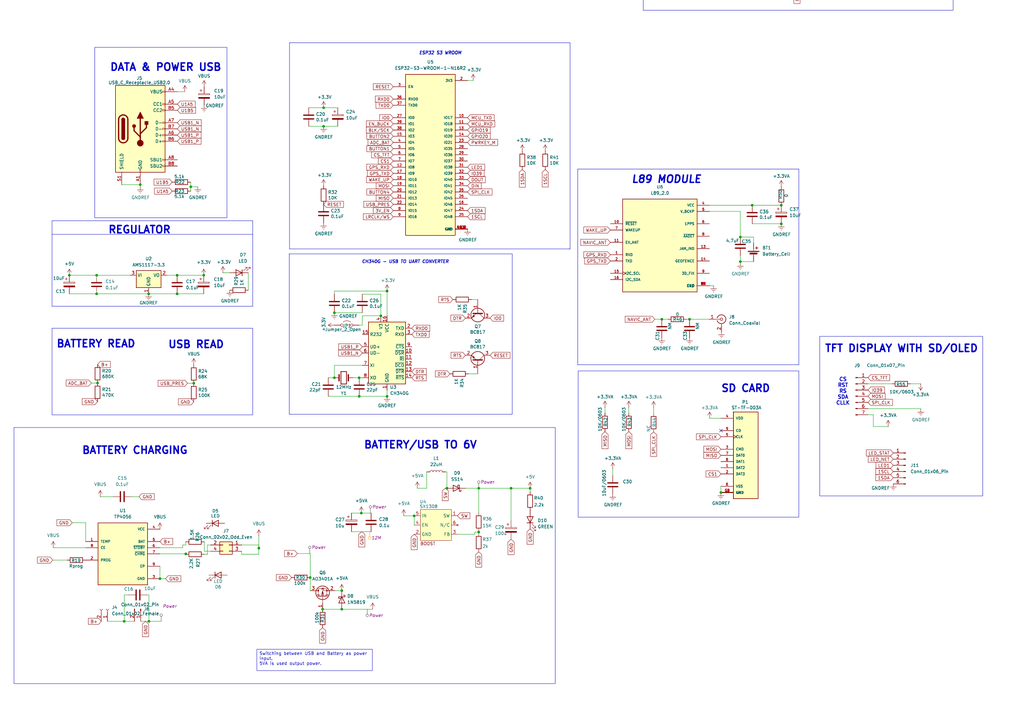
<source format=kicad_sch>
(kicad_sch (version 20250114) (generator "eeschema") (generator_version "9.0")
  (paper "A3")
  (rectangle (start -254 77.47) (end -120.904 248.031))
  (rectangle (start 336.1944 137.9855) (end 403.0726 203.4159))
  (rectangle (start 5.7404 175.3489) (end 227.7364 280.3652))
  (rectangle (start 38.862 19.431) (end 93.091 89.281))
  (rectangle (start 263.8044 -57.9882) (end 390.906 4.191))
  (rectangle (start 237.109 152.146) (end 327.66 212.09))
  (rectangle (start 21.336 134.62) (end 103.632 170.18))
  (rectangle (start -221.742 255.905) (end -177.673 280.035))
  (rectangle (start 424.942 -35.0266) (end 538.1752 98.6282))
  (text "BUCK CONVERTER" (at 300.9392 -49.6062 0) (effects (font (size 3 3) (thickness 0.6) (bold yes)) (justify left bottom)))
  (text "A7672S GSM MODULE" (at -216.662 6.731 0) (effects (font (size 5 5) (thickness 1) (bold yes)) (justify left bottom)))
  (text "SPEAKER MODULE" (at 435.0766 -19.5072 0) (effects (font (size 3 3) (thickness 0.6) (bold yes)) (justify left bottom)))
  (text "BUTTON 4" (at 133.096 -31.877 0) (effects (font (size 1.27 1.27) (thickness 0.254) (bold yes) (italic yes)) (justify left bottom)))
  (text "NETWORK LIGHT" (at -104.394 83.439 0) (effects (font (size 3 3) (thickness 0.6) (bold yes)) (justify left bottom)))
  (text "BUTTON 2" (at 72.39 -32.004 0) (effects (font (size 1.27 1.27) (thickness 0.254) (bold yes) (italic yes)) (justify left bottom)))
  (text "CS\nRST\nRS\nSDA\nCLLK" (at 345.7448 160.5788 0) (effects (font (size 1.5 1.5) (bold yes))))
  (text "UART RX TX" (at -309.118 120.523 0) (effects (font (size 3 3) (thickness 0.6) (bold yes)) (justify left bottom)))
  (text "GNSS INTERFACE" (at -105.41 143.129 0) (effects (font (size 3 3) (thickness 0.6) (bold yes)) (justify left bottom)))
  (text "BUTTON 1" (at 193.04 -31.877 0) (effects (font (size 1.27 1.27) (thickness 0.254) (bold yes) (italic yes)) (justify left bottom)))
  (text "USB FLASH PINS" (at -198.0438 260.4262 0) (effects (font (size 3 3) (thickness 0.6) (bold yes))))
  (text "SIM CONNECTION" (at -313.436 205.613 0) (effects (font (size 3 3) (thickness 0.6) (bold yes)) (justify left bottom)))
  (text "BATTERY READ" (at 22.9616 142.9004 0) (effects (font (size 3 3) (thickness 0.6) (bold yes)) (justify left bottom)))
  (text "CH340G - USB TO UART CONVERTER" (at 148.336 108.204 0) (effects (font (size 1.27 1.27) (thickness 0.254) (bold yes) (italic yes)) (justify left bottom)))
  (text "STATUS LIGHT" (at -304.673 26.924 0) (effects (font (size 3 3) (thickness 0.6) (bold yes)) (justify left bottom)))
  (text "TFT DISPLAY WITH SD/OLED" (at 369.7478 143.0528 0) (effects (font (size 3 3) (thickness 0.6) (bold yes))))
  (text "USB READ" (at 68.7578 143.1798 0) (effects (font (size 3 3) (thickness 0.6) (bold yes)) (justify left bottom)))
  (text "REGULATOR" (at 44.196 96.139 0) (effects (font (size 3 3) (thickness 0.6) (bold yes)) (justify left bottom)))
  (text "MICROPHONE MODULE" (at 457.8096 57.3532 0) (effects (font (size 3 3) (thickness 0.6) (bold yes)) (justify left bottom)))
  (text "PWRKEY PIN" (at -306.832 81.407 0) (effects (font (size 3 3) (thickness 0.6) (bold yes)) (justify left bottom)))
  (text "POWER CONDITIONING" (at -144.526 26.797 0) (effects (font (size 3 3) (thickness 0.6) (bold yes)) (justify left bottom)))
  (text "DATA & POWER USB" (at 44.9326 29.464 0) (effects (font (size 3 3) (thickness 0.6) (bold yes)) (justify left bottom)))
  (text "MAIN ANTENNA" (at -92.202 236.474 0) (effects (font (size 3 3) (thickness 0.6) (bold yes)) (justify left bottom)))
  (text "ESP32 S3 WROOM" (at 171.831 22.606 0) (effects (font (size 1.27 1.27) (thickness 0.254) (bold yes) (italic yes)) (justify left bottom)))
  (text "BATTERY/USB TO 6V" (at 149.0472 184.3532 0) (effects (font (size 3 3) (thickness 0.6) (bold yes)) (justify left bottom)))
  (text "L89 MODULE" (at 258.826 75.438 0) (effects (font (size 3 3) (bold yes) (italic yes)) (justify left bottom)))
  (text "SD CARD" (at 295.6052 161.1884 0) (effects (font (size 3 3) (bold yes)) (justify left bottom)))
  (text "BATTERY CHARGING" (at 33.4264 186.5884 0) (effects (font (size 3 3) (thickness 0.6) (bold yes)) (justify left bottom)))
  (text_box "Switching between USB and Battery as power input.\n5VA is used output power." (at 105.3592 266.2682 0) (size 47.371 8.763) (margins 0.9525 0.9525 0.9525 0.9525) (effects (font (size 1.27 1.27)) (justify left top)))
  (junction (at 359.0036 -30.2514))
  (junction (at 60.96 120.523))
  (junction (at 380.7968 -30.2514))
  (junction (at 140.1826 242.2398))
  (junction (at 271.4498 130.937))
  (junction (at 76.2 227.1776))
  (junction (at 509.4478 7.9502))
  (junction (at -286.004 100.457))
  (junction (at 362.9406 -30.2514))
  (junction (at 282.8036 130.937))
  (junction (at 40.005 157.099))
  (junction (at -122.936 41.91))
  (junction (at 72.644 112.903))
  (junction (at 478.4598 81.4324))
  (junction (at -91.0844 241.3))
  (junction (at -298.958 140.335))
  (junction (at 61.087 254.8382))
  (junction (at 320.4464 91.7956))
  (junction (at -144.526 34.29))
  (junction (at -292.735 55.88))
  (junction (at 158.75 162.56))
  (junction (at 39.624 112.903))
  (junction (at 509.4478 15.5702))
  (junction (at 147.32 154.94))
  (junction (at 464.0072 129.7432))
  (junction (at 57.531 75.7174))
  (junction (at 140.1826 249.8598))
  (junction (at -106.68 34.29))
  (junction (at 106.172 224.8154))
  (junction (at 209.6008 200.2536))
  (junction (at 132.715 51.816))
  (junction (at -144.526 41.91))
  (junction (at 346.583 -30.2514))
  (junction (at 132.3086 249.8598))
  (junction (at -114.808 41.91))
  (junction (at -97.79 34.29))
  (junction (at -136.398 34.29))
  (junction (at 196.342 218.2368))
  (junction (at 474.0656 137.3632))
  (junction (at 72.644 120.523))
  (junction (at 65.6082 237.3376))
  (junction (at 78.232 76.6064))
  (junction (at 137.16 154.94))
  (junction (at 308.5084 84.1756))
  (junction (at 83.566 112.903))
  (junction (at 158.75 119.38))
  (junction (at 475.1578 -2.2098))
  (junction (at -106.68 41.91))
  (junction (at -293.624 91.821))
  (junction (at 156.21 129.54))
  (junction (at 169.8752 211.582))
  (junction (at 303.657 107.2896))
  (junction (at 475.1578 -12.3698))
  (junction (at 50.9524 254.8382))
  (junction (at -129.54 34.29))
  (junction (at 132.715 44.196))
  (junction (at 273.177 -30.2514))
  (junction (at -296.672 168.91))
  (junction (at 147.32 162.56))
  (junction (at 148.209 210.439))
  (junction (at -79.7306 241.3))
  (junction (at -114.808 34.29))
  (junction (at 303.657 97.2058))
  (junction (at 333.4004 -30.2514))
  (junction (at -97.79 41.91))
  (junction (at 183.3118 200.2536))
  (junction (at -294.386 209.677))
  (junction (at 217.424 200.279))
  (junction (at -92.456 112.395))
  (junction (at 289.3822 -22.606))
  (junction (at -129.54 41.91))
  (junction (at 362.9406 -22.479))
  (junction (at -122.936 34.29))
  (junction (at -289.306 144.145))
  (junction (at 28.448 112.903))
  (junction (at 39.624 120.523))
  (junction (at 289.3822 -30.2514))
  (junction (at -280.67 136.525))
  (junction (at -136.398 41.91))
  (junction (at 127.2286 236.8804))
  (junction (at 137.16 128.27))
  (junction (at 79.4766 157.2006))
  (junction (at -296.672 176.53))
  (junction (at -217.424 225.933))
  (junction (at 472.6178 30.8102))
  (junction (at 196.342 200.2536))
  (junction (at 320.4464 84.1756))
  (junction (at 295.6814 202.0062))
  (junction (at -294.386 217.297))
  (no_connect (at 295.6814 176.6062))
  (wire (pts (xy 183.3372 200.2536) (xy 183.3118 200.2536)))
  (wire (pts (xy 380.7968 -30.2514) (xy 380.7968 -26.9748)))
  (wire (pts (xy -81.28 146.939) (xy -81.28 150.749)))
  (wire (pts (xy 106.172 219.837) (xy 106.172 224.8154)))
  (wire (pts (xy -79.7306 241.3) (xy -69.85 241.3)))
  (wire (pts (xy 74.93 223.52) (xy 74.93 224.6376)))
  (wire (pts (xy 192.1256 153.3398) (xy 195.9356 153.3398)))
  (wire (pts (xy 148.59 149.86) (xy 137.16 149.86)))
  (wire (pts (xy 289.3822 -30.2514) (xy 304.0888 -30.2514)))
  (polyline (pts (xy 62.738 -37.084) (xy 121.92 -37.084)))
  (wire (pts (xy 451.0278 10.4902) (xy 451.0278 1.6002)))
  (wire (pts (xy 487.8578 13.0302) (xy 492.9378 13.0302)))
  (wire (pts (xy 362.9406 -22.479) (xy 334.4418 -22.479)))
  (wire (pts (xy 509.4478 -8.0264) (xy 511.1242 -8.0264)))
  (wire (pts (xy 72.644 112.903) (xy 83.566 112.903)))
  (polyline (pts (xy -315.214 75.057) (xy -272.796 75.057)))
  (wire (pts (xy 209.6008 200.2536) (xy 217.424 200.2536)))
  (wire (pts (xy 454.8378 20.6502) (xy 454.8378 -12.3698)))
  (wire (pts (xy 303.657 97.2058) (xy 303.657 97.2312)))
  (wire (pts (xy 21.6662 229.7176) (xy 27.5082 229.7176)))
  (polyline (pts (xy 62.738 -36.576) (xy 62.738 -2.032)))
  (wire (pts (xy -84.328 150.749) (xy -81.28 150.749)))
  (wire (pts (xy 28.448 112.903) (xy 39.624 112.903)))
  (wire (pts (xy -93.98 241.3) (xy -91.0844 241.3)))
  (polyline (pts (xy 21.336 90.551) (xy 103.632 90.551)))
  (wire (pts (xy 273.177 -38.862) (xy 273.177 -38.0746)))
  (wire (pts (xy -92.456 120.015) (xy -84.836 120.015)))
  (wire (pts (xy 194.7672 218.2368) (xy 196.342 218.2368)))
  (wire (pts (xy 148.59 129.54) (xy 156.21 129.54)))
  (wire (pts (xy 503.0978 7.9502) (xy 509.4478 7.9502)))
  (wire (pts (xy 53.9496 203.708) (xy 56.9976 203.708)))
  (wire (pts (xy 165.5826 211.582) (xy 169.8752 211.582)))
  (wire (pts (xy 308.5084 91.7956) (xy 320.4464 91.7956)))
  (polyline (pts (xy -319.786 200.533) (xy -319.786 268.351)))
  (polyline (pts (xy 123.444 -1.905) (xy 182.626 -1.905)))
  (wire (pts (xy 333.4004 -30.2514) (xy 333.4004 -31.8008)))
  (wire (pts (xy 52.7812 244.0178) (xy 50.9524 244.0178)))
  (wire (pts (xy 144.78 154.94) (xy 147.32 154.94)))
  (polyline (pts (xy 118.618 104.14) (xy 118.618 169.926)))
  (wire (pts (xy -144.526 34.29) (xy -136.398 34.29)))
  (wire (pts (xy 334.4418 -25.1714) (xy 325.6788 -25.1714)))
  (wire (pts (xy 76.2 227.1776) (xy 76.2 227.33)))
  (polyline (pts (xy 183.388 -36.449) (xy 183.388 -1.905)))
  (wire (pts (xy 132.715 51.816) (xy 138.557 51.816)))
  (wire (pts (xy 158.75 119.38) (xy 137.16 119.38)))
  (wire (pts (xy 475.1578 -2.2098) (xy 475.1578 5.4102)))
  (wire (pts (xy 158.75 129.54) (xy 158.75 119.38)))
  (wire (pts (xy 169.8752 211.582) (xy 169.8752 215.3412)))
  (wire (pts (xy 273.177 -20.955) (xy 273.177 -22.606)))
  (polyline (pts (xy 183.388 -1.905) (xy 242.57 -1.905)))
  (wire (pts (xy -114.808 41.91) (xy -106.68 41.91)))
  (wire (pts (xy 39.624 112.903) (xy 53.34 112.903)))
  (wire (pts (xy 101.854 111.887) (xy 101.854 118.999)))
  (wire (pts (xy 257.9116 167.0558) (xy 257.9116 169.418)))
  (polyline (pts (xy 123.444 -36.449) (xy 123.444 -1.905)))
  (polyline (pts (xy 182.626 -36.703) (xy 182.626 -1.905)))
  (polyline (pts (xy -319.786 200.533) (xy -262.382 200.533)))
  (wire (pts (xy 148.59 128.27) (xy 137.16 128.27)))
  (wire (pts (xy 251.333 192.278) (xy 251.333 195.0212)))
  (polyline (pts (xy 21.336 125.603) (xy 103.632 125.603)))
  (wire (pts (xy 148.59 133.35) (xy 148.59 129.54)))
  (wire (pts (xy 50.9524 244.0178) (xy 50.9524 254.8382)))
  (polyline (pts (xy 233.807 17.526) (xy 233.807 102.108)))
  (wire (pts (xy 106.1466 224.8154) (xy 106.172 224.8154)))
  (polyline (pts (xy 183.388 -36.957) (xy 183.388 -36.449)))
  (wire (pts (xy 464.0072 137.3632) (xy 474.0656 137.3632)))
  (wire (pts (xy 37.465 157.099) (xy 40.005 157.099)))
  (wire (pts (xy 325.6788 -20.0914) (xy 326.8726 -20.0914)))
  (wire (pts (xy -296.672 168.91) (xy -288.036 168.91)))
  (wire (pts (xy 312.9788 -36.6014) (xy 312.9788 -43.7896)))
  (wire (pts (xy 137.3886 242.2398) (xy 140.1826 242.2398)))
  (polyline (pts (xy -315.214 109.347) (xy -315.214 75.057)))
  (wire (pts (xy 39.624 120.523) (xy 60.96 120.523)))
  (wire (pts (xy 358.2162 174.9298) (xy 364.2614 174.9298)))
  (wire (pts (xy 127.2286 236.8804) (xy 127.2286 242.2398)))
  (wire (pts (xy 83.82 226.06) (xy 86.36 226.06)))
  (polyline (pts (xy 236.982 128.016) (xy 236.982 149.606)))
  (wire (pts (xy 303.657 104.8258) (xy 303.657 107.2896)))
  (polyline (pts (xy 210.058 104.14) (xy 210.058 104.648)))
  (wire (pts (xy 57.7088 254.8382) (xy 61.087 254.8382)))
  (polyline (pts (xy -178.816 17.145) (xy -178.816 56.261)))
  (wire (pts (xy 57.531 76.6318) (xy 57.531 75.7174)))
  (wire (pts (xy 49.911 75.7174) (xy 57.531 75.7174)))
  (wire (pts (xy 121.9708 227.0252) (xy 127.2286 227.0252)))
  (wire (pts (xy -84.836 120.015) (xy -84.836 117.475)))
  (wire (pts (xy -71.12 31.75) (xy -73.66 31.75)))
  (wire (pts (xy 83.82 222.25) (xy 83.82 226.06)))
  (wire (pts (xy 356.0064 157.4292) (xy 365.8616 157.4292)))
  (wire (pts (xy 462.4578 10.4902) (xy 451.0278 10.4902)))
  (polyline (pts (xy -261.493 21.59) (xy -261.493 72.898)))
  (wire (pts (xy 271.4498 130.937) (xy 273.9644 130.937)))
  (polyline (pts (xy 118.745 17.526) (xy 118.745 102.108)))
  (wire (pts (xy 99.06 227.33) (xy 99.06 226.06)))
  (wire (pts (xy 193.3956 122.8598) (xy 195.9356 122.8598)))
  (wire (pts (xy 268.5542 130.937) (xy 271.4498 130.937)))
  (wire (pts (xy -294.386 217.297) (xy -286.258 217.297)))
  (polyline (pts (xy 210.058 169.926) (xy 118.618 169.926)))
  (wire (pts (xy 377.6726 167.5892) (xy 377.6726 167.7924)))
  (polyline (pts (xy 327.66 149.606) (xy 327.66 128.016)))
  (wire (pts (xy -73.66 39.37) (xy -63.5 39.37)))
  (wire (pts (xy 303.657 97.2312) (xy 309.0672 97.2312)))
  (polyline (pts (xy 21.336 90.551) (xy 21.336 125.603)))
  (wire (pts (xy 196.342 200.2536) (xy 209.6008 200.2536)))
  (wire (pts (xy 318.0588 -41.402) (xy 324.7898 -41.402)))
  (wire (pts (xy 148.209 210.439) (xy 152.1968 210.439)))
  (polyline (pts (xy 242.57 -36.703) (xy 242.57 -1.905)))
  (wire (pts (xy -289.306 144.145) (xy -280.67 144.145)))
  (wire (pts (xy -155.702 47.879) (xy -153.162 47.879)))
  (wire (pts (xy 333.4004 -43.7896) (xy 333.4004 -39.4208)))
  (wire (pts (xy -285.115 63.5) (xy -285.115 60.96)))
  (wire (pts (xy -301.752 176.53) (xy -296.672 176.53)))
  (wire (pts (xy -295.402 217.297) (xy -294.386 217.297)))
  (wire (pts (xy 72.644 120.523) (xy 83.566 120.523)))
  (polyline (pts (xy 62.738 -37.084) (xy 62.738 -36.576)))
  (wire (pts (xy 60.4012 244.0178) (xy 61.087 244.0178)))
  (wire (pts (xy 492.9378 15.5702) (xy 495.4778 15.5702)))
  (wire (pts (xy 474.0656 137.3632) (xy 474.0656 145.9738)))
  (wire (pts (xy 217.424 201.7268) (xy 217.424 200.279)))
  (wire (pts (xy 28.448 120.523) (xy 39.624 120.523)))
  (wire (pts (xy 290.9824 84.1756) (xy 308.5084 84.1756)))
  (wire (pts (xy 318.0588 -36.6014) (xy 318.0588 -41.402)))
  (wire (pts (xy 137.16 149.86) (xy 137.16 154.94)))
  (wire (pts (xy 65.6082 232.2576) (xy 65.6082 237.3376)))
  (wire (pts (xy 291.0586 171.5262) (xy 295.6814 171.5262)))
  (wire (pts (xy -293.878 147.955) (xy -289.306 147.955)))
  (wire (pts (xy 479.1456 129.7432) (xy 483.235 129.7432)))
  (polyline (pts (xy 62.738 -2.032) (xy 121.92 -2.032)))
  (wire (pts (xy 190.9572 200.2536) (xy 196.342 200.2536)))
  (wire (pts (xy 191.77 33.02) (xy 194.056 33.02)))
  (wire (pts (xy 61.087 244.0178) (xy 61.087 254.8382)))
  (wire (pts (xy 74.93 223.52) (xy 76.2 223.52)))
  (polyline (pts (xy -114.808 230.378) (xy -42.926 230.378)))
  (wire (pts (xy 155.829 -17.78) (xy 156.972 -17.78)))
  (wire (pts (xy 451.0278 24.4602) (xy 451.0278 15.5702)))
  (wire (pts (xy 196.342 217.8812) (xy 196.342 218.2368)))
  (polyline (pts (xy 236.982 149.606) (xy 327.66 149.606)))
  (wire (pts (xy 137.16 119.38) (xy 137.16 120.65)))
  (wire (pts (xy 454.8378 -12.3698) (xy 475.1578 -12.3698)))
  (wire (pts (xy 21.8186 224.6376) (xy 35.1282 224.6376)))
  (wire (pts (xy -129.54 34.29) (xy -122.936 34.29)))
  (wire (pts (xy 359.0036 -30.2514) (xy 362.9406 -30.2514)))
  (polyline (pts (xy -261.493 72.898) (xy -315.087 72.898)))
  (wire (pts (xy 334.4418 -22.479) (xy 334.4418 -25.1714)))
  (wire (pts (xy -106.68 34.29) (xy -97.79 34.29)))
  (wire (pts (xy 442.1378 24.4602) (xy 451.0278 24.4602)))
  (wire (pts (xy -292.735 63.5) (xy -285.115 63.5)))
  (wire (pts (xy 132.3086 249.8598) (xy 140.1826 249.8598)))
  (wire (pts (xy 468.2998 76.327) (xy 468.2998 81.4324)))
  (wire (pts (xy 175.006 193.548) (xy 175.0822 193.548)))
  (polyline (pts (xy -319.786 114.681) (xy -268.478 114.681)))
  (wire (pts (xy 29.6418 214.376) (xy 35.1282 214.376)))
  (wire (pts (xy 169.8752 211.5312) (xy 169.8752 211.582)))
  (wire (pts (xy -144.526 41.91) (xy -136.398 41.91)))
  (wire (pts (xy 503.0978 15.5702) (xy 509.4478 15.5702)))
  (wire (pts (xy 359.0036 -43.9928) (xy 363.8804 -43.9928)))
  (polyline (pts (xy -262.382 268.351) (xy -319.786 268.351)))
  (polyline (pts (xy -315.087 21.59) (xy -315.087 72.898)))
  (wire (pts (xy 268.0716 167.1828) (xy 268.0716 169.545)))
  (wire (pts (xy 487.8578 10.4902) (xy 492.9378 10.4902)))
  (wire (pts (xy 76.2 227.076) (xy 76.2 227.1776)))
  (wire (pts (xy 147.32 162.56) (xy 158.75 162.56)))
  (wire (pts (xy 248.1326 167.0558) (xy 248.1326 169.418)))
  (wire (pts (xy 158.75 160.02) (xy 158.75 162.56)))
  (wire (pts (xy 359.0036 -37.8714) (xy 359.0036 -43.9928)))
  (polyline (pts (xy -262.382 200.533) (xy -262.382 268.351)))
  (wire (pts (xy 357.378 -30.2514) (xy 359.0036 -30.2514)))
  (wire (pts (xy 106.172 227.33) (xy 106.172 224.8154)))
  (wire (pts (xy 134.62 162.56) (xy 147.32 162.56)))
  (wire (pts (xy -296.672 176.53) (xy -288.036 176.53)))
  (polyline (pts (xy -42.926 230.378) (xy -42.926 257.937)))
  (wire (pts (xy 175.006 200.2536) (xy 175.006 193.548)))
  (wire (pts (xy -97.79 34.29) (xy -90.17 34.29)))
  (polyline (pts (xy 121.92 -37.084) (xy 121.92 -36.83)))
  (wire (pts (xy 290.9824 86.7156) (xy 303.657 86.7156)))
  (wire (pts (xy -305.562 140.335) (xy -298.958 140.335)))
  (wire (pts (xy 292.6842 117.1956) (xy 290.9824 117.1956)))
  (wire (pts (xy -289.306 147.955) (xy -289.306 144.145)))
  (polyline (pts (xy -268.478 114.681) (xy -268.478 190.373)))
  (wire (pts (xy 289.3822 -22.606) (xy 298.9326 -22.606)))
  (polyline (pts (xy -327.914 -7.493) (xy -36.322 -7.493)))
  (wire (pts (xy 312.9788 -43.7896) (xy 333.4004 -43.7896)))
  (polyline (pts (xy 21.336 96.139) (xy 103.632 96.139)))
  (wire (pts (xy 126.619 51.816) (xy 132.715 51.816)))
  (polyline (pts (xy 242.57 -36.957) (xy 242.57 -36.703)))
  (wire (pts (xy -106.68 41.91) (xy -97.79 41.91)))
  (wire (pts (xy -91.0844 241.3) (xy -88.5698 241.3)))
  (polyline (pts (xy -114.808 230.505) (xy -114.808 257.556)))
  (wire (pts (xy 76.2 223.52) (xy 76.2 222.25)))
  (wire (pts (xy 194.7672 219.1512) (xy 194.7672 218.2368)))
  (wire (pts (xy 95.123 -17.907) (xy 96.266 -17.907)))
  (wire (pts (xy 442.1378 13.0302) (xy 462.4578 13.0302)))
  (wire (pts (xy -293.624 91.821) (xy -293.624 100.457)))
  (wire (pts (xy -157.48 41.91) (xy -144.526 41.91)))
  (wire (pts (xy -289.306 136.525) (xy -280.67 136.525)))
  (wire (pts (xy 522.1478 7.9502) (xy 522.1478 10.6426)))
  (wire (pts (xy 83.82 227.33) (xy 85.09 227.33)))
  (wire (pts (xy 451.0278 15.5702) (xy 462.4578 15.5702)))
  (wire (pts (xy 137.16 154.94) (xy 134.62 154.94)))
  (wire (pts (xy 74.93 224.6376) (xy 65.6082 224.6376)))
  (wire (pts (xy 346.583 -40.2336) (xy 346.583 -44.0944)))
  (wire (pts (xy -286.004 96.901) (xy -286.004 100.457)))
  (polyline (pts (xy 118.999 17.526) (xy 233.807 17.526)))
  (wire (pts (xy 99.06 223.52) (xy 106.1466 223.52)))
  (wire (pts (xy 356.0064 170.1292) (xy 358.2162 170.1292)))
  (wire (pts (xy 78.232 76.6064) (xy 78.232 78.3844)))
  (wire (pts (xy 44.069 254.8382) (xy 50.9524 254.8382)))
  (wire (pts (xy 78.232 76.6064) (xy 81.153 76.6064)))
  (wire (pts (xy 65.6082 237.3376) (xy 67.8942 237.3376)))
  (wire (pts (xy 60.96 120.523) (xy 72.644 120.523)))
  (wire (pts (xy 144.1704 218.059) (xy 152.1968 218.059)))
  (polyline (pts (xy -319.786 114.681) (xy -319.786 190.373)))
  (polyline (pts (xy -42.926 257.937) (xy -114.808 257.937)))
  (wire (pts (xy 217.424 200.279) (xy 217.424 200.2536)))
  (wire (pts (xy 85.09 227.33) (xy 85.09 223.52)))
  (polyline (pts (xy 103.632 125.603) (xy 103.632 90.551)))
  (wire (pts (xy 289.3822 -22.6314) (xy 289.3822 -22.606)))
  (wire (pts (xy 333.4004 -30.2514) (xy 346.583 -30.2514)))
  (wire (pts (xy 140.1826 249.8598) (xy 152.8318 249.8598)))
  (wire (pts (xy -136.398 41.91) (xy -129.54 41.91)))
  (polyline (pts (xy -61.214 129.413) (xy -114.808 129.413)))
  (wire (pts (xy 76.9366 157.2006) (xy 79.4766 157.2006)))
  (wire (pts (xy -217.424 223.393) (xy -217.424 225.933)))
  (wire (pts (xy 325.6788 -30.2514) (xy 333.4004 -30.2514)))
  (wire (pts (xy -217.424 225.933) (xy -217.424 228.473)))
  (wire (pts (xy 464.0072 129.7432) (xy 468.9856 129.7432)))
  (polyline (pts (xy -272.796 109.347) (xy -315.214 109.347)))
  (polyline (pts (xy 182.626 -36.957) (xy 182.626 -36.703)))
  (polyline (pts (xy 424.9293 41.2115) (xy 538.1625 41.2115)))
  (wire (pts (xy 308.5084 84.1756) (xy 320.4464 84.1756)))
  (wire (pts (xy 478.4598 82.296) (xy 478.4598 81.4324)))
  (polyline (pts (xy 118.618 104.14) (xy 210.058 104.14)))
  (wire (pts (xy 147.32 154.94) (xy 148.59 154.94)))
  (wire (pts (xy 362.9406 -22.225) (xy 362.9406 -22.479)))
  (wire (pts (xy -97.79 41.91) (xy -90.17 41.91)))
  (wire (pts (xy 68.58 112.903) (xy 72.644 112.903)))
  (wire (pts (xy -295.402 209.677) (xy -294.386 209.677)))
  (wire (pts (xy 273.177 -30.4546) (xy 273.177 -30.2514)))
  (wire (pts (xy 346.583 -30.2514) (xy 346.583 -32.6136)))
  (wire (pts (xy 41.1226 203.708) (xy 46.3296 203.708)))
  (wire (pts (xy 298.9326 -25.1714) (xy 304.0888 -25.1714)))
  (wire (pts (xy 346.583 -44.0944) (xy 354.2792 -44.0944)))
  (wire (pts (xy 273.177 -30.2514) (xy 289.3822 -30.2514)))
  (wire (pts (xy 91.44 111.887) (xy 94.234 111.887)))
  (wire (pts (xy 144.1704 210.439) (xy 148.209 210.439)))
  (polyline (pts (xy 327.66 128.016) (xy 327.66 69.342)))
  (polyline (pts (xy -315.087 21.59) (xy -261.493 21.59)))
  (wire (pts (xy 99.06 227.33) (xy 106.172 227.33)))
  (wire (pts (xy -129.54 41.91) (xy -122.936 41.91)))
  (wire (pts (xy 50.9524 254.8382) (xy 55.1688 254.8382)))
  (wire (pts (xy 492.9378 10.4902) (xy 492.9378 7.9502)))
  (wire (pts (xy 356.0064 167.5892) (xy 377.6726 167.5892)))
  (wire (pts (xy 472.6178 30.8102) (xy 477.6978 30.8102)))
  (polyline (pts (xy -114.808 78.105) (xy -61.214 78.105)))
  (wire (pts (xy 377.5964 157.5308) (xy 377.5964 157.4292)))
  (polyline (pts (xy -114.554 136.779) (xy -60.96 136.779)))
  (wire (pts (xy -305.562 132.715) (xy -298.958 132.715)))
  (polyline (pts (xy -36.322 306.451) (xy -36.322 -7.493)))
  (polyline (pts (xy 123.444 -36.957) (xy 182.626 -36.957)))
  (polyline (pts (xy 123.444 -36.957) (xy 123.444 -36.449)))
  (wire (pts (xy 171.1706 200.2536) (xy 175.006 200.2536)))
  (wire (pts (xy 182.7022 193.548) (xy 183.3118 193.548)))
  (wire (pts (xy -295.148 240.157) (xy -293.624 240.157)))
  (wire (pts (xy 273.177 -30.2514) (xy 273.177 -30.226)))
  (wire (pts (xy 209.6008 200.2536) (xy 209.6008 213.5632)))
  (wire (pts (xy 147.32 133.35) (xy 148.59 133.35)))
  (polyline (pts (xy -50.038 56.261) (xy -50.038 17.145)))
  (wire (pts (xy 362.9406 -30.2514) (xy 380.7968 -30.2514)))
  (wire (pts (xy 475.1578 -12.3698) (xy 475.1578 -2.2098)))
  (polyline (pts (xy 118.745 17.526) (xy 118.999 17.526)))
  (polyline (pts (xy 233.553 102.108) (xy 118.745 102.108)))
  (wire (pts (xy -136.398 34.29) (xy -129.54 34.29)))
  (wire (pts (xy -80.9498 241.3) (xy -79.7306 241.3)))
  (polyline (pts (xy -272.796 75.057) (xy -272.796 109.347)))
  (polyline (pts (xy -178.816 56.261) (xy -50.038 56.261)))
  (polyline (pts (xy -60.96 183.769) (xy -114.554 183.769)))
  (polyline (pts (xy 210.058 104.648) (xy 210.058 169.926)))
  (wire (pts (xy 492.9378 13.0302) (xy 492.9378 15.5702)))
  (wire (pts (xy 171.1706 200.2536) (xy 171.1706 200.2028)))
  (wire (pts (xy 288.0614 -22.606) (xy 289.3822 -22.606)))
  (wire (pts (xy -157.48 34.29) (xy -144.526 34.29)))
  (wire (pts (xy 472.6178 30.8102) (xy 472.6178 35.8902)))
  (wire (pts (xy 358.2162 170.1292) (xy 358.2162 174.9298)))
  (wire (pts (xy 301.244 -20.0914) (xy 304.0888 -20.0914)))
  (wire (pts (xy 295.6814 199.4662) (xy 295.6814 202.0062)))
  (wire (pts (xy 522.1478 13.1826) (xy 522.1478 15.5702)))
  (wire (pts (xy 485.3178 -12.3698) (xy 475.1578 -12.3698)))
  (wire (pts (xy 509.4478 7.9502) (xy 522.1478 7.9502)))
  (wire (pts (xy 75.7936 37.6174) (xy 72.771 37.6174)))
  (wire (pts (xy 451.0278 1.6002) (xy 442.1378 1.6002)))
  (wire (pts (xy 468.2998 81.4324) (xy 478.4598 81.4324)))
  (wire (pts (xy 183.3118 200.2536) (xy 182.626 200.2536)))
  (wire (pts (xy 303.657 107.2896) (xy 303.657 107.8992)))
  (wire (pts (xy 362.9406 -22.479) (xy 362.9406 -22.6314)))
  (wire (pts (xy -114.808 34.29) (xy -106.68 34.29)))
  (wire (pts (xy -122.936 41.91) (xy -114.808 41.91)))
  (wire (pts (xy 478.4598 81.4324) (xy 478.4598 81.407)))
  (wire (pts (xy 187.6552 219.1512) (xy 194.7672 219.1512)))
  (wire (pts (xy 127.2286 227.0252) (xy 127.2286 236.8804)))
  (wire (pts (xy 282.8036 130.937) (xy 290.83 130.937)))
  (wire (pts (xy 289.3822 -21.9456) (xy 289.3822 -22.606)))
  (polyline (pts (xy 183.388 -36.957) (xy 242.57 -36.957)))
  (wire (pts (xy -286.004 100.457) (xy -286.004 101.981)))
  (polyline (pts (xy 118.618 104.394) (xy 118.618 104.14)))
  (polyline (pts (xy 236.982 69.342) (xy 327.66 69.342)))
  (wire (pts (xy 509.4478 0.3302) (xy 509.4478 -8.0264)))
  (wire (pts (xy 196.342 200.2536) (xy 196.342 210.2612)))
  (wire (pts (xy 298.9326 -22.606) (xy 298.9326 -25.1714)))
  (wire (pts (xy 492.9378 7.9502) (xy 495.4778 7.9502)))
  (polyline (pts (xy -327.914 -7.493) (xy -327.914 306.451)))
  (wire (pts (xy 346.583 -30.2514) (xy 349.758 -30.2514)))
  (polyline (pts (xy -114.808 78.105) (xy -114.808 129.413)))
  (wire (pts (xy 61.087 254.8382) (xy 66.0908 254.8382)))
  (wire (pts (xy 183.3118 193.548) (xy 183.3118 200.2536)))
  (wire (pts (xy 156.21 129.54) (xy 156.21 120.65)))
  (wire (pts (xy -301.752 168.91) (xy -301.752 176.53)))
  (polyline (pts (xy -178.816 17.145) (xy -50.038 17.145)))
  (polyline (pts (xy 236.982 69.342) (xy 236.982 128.016)))
  (wire (pts (xy 126.619 44.196) (xy 132.715 44.196)))
  (polyline (pts (xy -327.914 306.451) (xy -36.322 306.451)))
  (polyline (pts (xy 233.426 102.108) (xy 233.807 102.108)))
  (wire (pts (xy 196.342 218.2368) (xy 196.342 218.7194)))
  (polyline (pts (xy -114.554 136.779) (xy -114.554 183.769)))
  (wire (pts (xy 281.5844 130.937) (xy 282.8036 130.937)))
  (polyline (pts (xy -268.478 190.373) (xy -319.786 190.373)))
  (wire (pts (xy 156.21 120.65) (xy 148.59 120.65)))
  (polyline (pts (xy -60.96 136.779) (xy -60.96 183.769)))
  (wire (pts (xy 373.4816 157.4292) (xy 377.5964 157.4292)))
  (wire (pts (xy -294.386 209.677) (xy -286.258 209.677)))
  (wire (pts (xy -122.936 34.29) (xy -114.808 34.29)))
  (wire (pts (xy 76.2 227.1776) (xy 65.6082 227.1776)))
  (wire (pts (xy 35.1282 222.0976) (xy 35.1282 214.376)))
  (wire (pts (xy 303.657 86.7156) (xy 303.657 97.2058)))
  (wire (pts (xy 309.0672 97.2312) (xy 309.0672 99.6696)))
  (wire (pts (xy 106.1466 223.52) (xy 106.1466 224.8154)))
  (wire (pts (xy 78.232 74.7014) (xy 78.232 76.6064)))
  (wire (pts (xy 132.715 44.196) (xy 138.557 44.196)))
  (wire (pts (xy 303.657 107.2896) (xy 309.0672 107.2896)))
  (wire (pts (xy 509.4478 15.5702) (xy 522.1478 15.5702)))
  (wire (pts (xy 85.09 223.52) (xy 86.36 223.52)))
  (wire (pts (xy 215.773 -17.78) (xy 216.916 -17.78)))
  (polyline (pts (xy -61.214 78.105) (xy -61.214 129.413)))
  (polyline (pts (xy 121.92 -36.83) (xy 121.92 -2.032)))
  (global_label "UART3_RXD" (shape input) (at -217.424 208.153 180) (property "Intersheetrefs" "${INTERSHEET_REFS}" (effects (hide yes))))
  (global_label "GND" (shape input) (at 362.9406 -14.605 270) (property "Intersheetrefs" "${INTERSHEET_REFS}" (effects (hide yes))))
  (global_label "GND" (shape input) (at 21.6662 229.7176 180) (property "Intersheetrefs" "${INTERSHEET_REFS}" (effects (hide yes))))
  (global_label "GND" (shape input) (at 315.5188 -15.0114 270) (property "Intersheetrefs" "${INTERSHEET_REFS}" (effects (hide yes))))
  (global_label "GND" (shape input) (at -164.084 91.313 0) (property "Intersheetrefs" "${INTERSHEET_REFS}" (effects (hide yes))))
  (global_label "USIM_RST" (shape input) (at -303.022 226.187 180) (property "Intersheetrefs" "${INTERSHEET_REFS}" (effects (hide yes))))
  (global_label "STATUS_OUT" (shape input) (at -300.355 55.88 180) (property "Intersheetrefs" "${INTERSHEET_REFS}" (effects (hide yes))))
  (global_label "PWRKEY" (shape input) (at -286.004 86.741 0) (property "Intersheetrefs" "${INTERSHEET_REFS}" (effects (hide yes))))
  (global_label "GND" (shape input) (at -164.084 142.113 0) (property "Intersheetrefs" "${INTERSHEET_REFS}" (effects (hide yes))))
  (global_label "GND" (shape input) (at 67.8942 237.3376 0) (property "Intersheetrefs" "${INTERSHEET_REFS}" (effects (hide yes))))
  (global_label "SW" (shape input) (at 187.6552 211.5312 0) (property "Intersheetrefs" "${INTERSHEET_REFS}" (effects (hide yes))))
  (global_label "GND" (shape input) (at 169.8752 219.1512 270) (property "Intersheetrefs" "${INTERSHEET_REFS}" (effects (hide yes))))
  (global_label "GSM_TXD" (shape input) (at -304.038 147.955 180) (property "Intersheetrefs" "${INTERSHEET_REFS}" (effects (hide yes))))
  (global_label "CS1" (shape input) (at 161.29 66.04 180) (property "Intersheetrefs" "${INTERSHEET_REFS}" (effects (hide yes))))
  (global_label "MCU_TXD" (shape input) (at -291.592 161.29 0) (property "Intersheetrefs" "${INTERSHEET_REFS}" (effects (hide yes))))
  (global_label "IO0" (shape input) (at 201.0156 130.4798 0) (property "Intersheetrefs" "${INTERSHEET_REFS}" (effects (hide yes))))
  (global_label "B+" (shape input) (at 40.005 149.479 0) (property "Intersheetrefs" "${INTERSHEET_REFS}" (effects (hide yes))))
  (global_label "PWRKEY_M" (shape input) (at -301.244 91.821 180) (property "Intersheetrefs" "${INTERSHEET_REFS}" (effects (hide yes))))
  (global_label "GND" (shape input) (at 209.6008 221.1832 270) (property "Intersheetrefs" "${INTERSHEET_REFS}" (effects (hide yes))))
  (global_label "VDD_1V8" (shape input) (at -91.948 171.577 180) (property "Intersheetrefs" "${INTERSHEET_REFS}" (effects (hide yes))))
  (global_label "GND" (shape input) (at 132.3086 257.4798 270) (property "Intersheetrefs" "${INTERSHEET_REFS}" (effects (hide yes))))
  (global_label "MK_IN_3" (shape input) (at -217.424 134.493 180) (property "Intersheetrefs" "${INTERSHEET_REFS}" (effects (hide yes))))
  (global_label "GND" (shape input) (at 380.7968 -19.3548 270) (property "Intersheetrefs" "${INTERSHEET_REFS}" (effects (hide yes))))
  (global_label "EN_BUCK" (shape input) (at 161.29 50.8 180) (property "Intersheetrefs" "${INTERSHEET_REFS}" (effects (hide yes))))
  (global_label "USB1_P" (shape input) (at 72.771 57.9374 0) (property "Intersheetrefs" "${INTERSHEET_REFS}" (effects (hide yes))))
  (global_label "DOUT" (shape input) (at 191.77 73.66 0) (property "Intersheetrefs" "${INTERSHEET_REFS}" (effects (hide yes))))
  (global_label "GND" (shape input) (at 196.342 226.3394 270) (property "Intersheetrefs" "${INTERSHEET_REFS}" (effects (hide yes))))
  (global_label "GND" (shape input) (at 354.2792 -44.0944 270) (property "Intersheetrefs" "${INTERSHEET_REFS}" (effects (hide yes))))
  (global_label "GND" (shape input) (at 326.8726 -4.8514 270) (property "Intersheetrefs" "${INTERSHEET_REFS}" (effects (hide yes))))
  (global_label "USIM_VDD" (shape input) (at -302.768 240.157 180) (property "Intersheetrefs" "${INTERSHEET_REFS}" (effects (hide yes))))
  (global_label "GNSS_VBKP" (shape input) (at -81.28 150.749 0) (property "Intersheetrefs" "${INTERSHEET_REFS}" (effects (hide yes))))
  (global_label "GNSS_VBKP" (shape input) (at -164.084 220.853 0) (property "Intersheetrefs" "${INTERSHEET_REFS}" (effects (hide yes))))
  (global_label "GND" (shape input) (at -289.306 261.493 270) (property "Intersheetrefs" "${INTERSHEET_REFS}" (effects (hide yes))))
  (global_label "BUTTON1" (shape input) (at 216.916 -17.78 0) (property "Intersheetrefs" "${INTERSHEET_REFS}" (effects (hide yes))))
  (global_label "B+" (shape input) (at 41.529 254.8382 180) (property "Intersheetrefs" "${INTERSHEET_REFS}" (effects (hide yes))))
  (global_label "GND" (shape input) (at -303.022 231.267 180) (property "Intersheetrefs" "${INTERSHEET_REFS}" (effects (hide yes))))
  (global_label "1SDA" (shape input) (at 191.77 86.36 0) (property "Intersheetrefs" "${INTERSHEET_REFS}" (effects (hide yes))))
  (global_label "DTR" (shape input) (at 190.8556 130.4798 180) (property "Intersheetrefs" "${INTERSHEET_REFS}" (effects (hide yes))))
  (global_label "GND" (shape input) (at -164.084 126.873 0) (property "Intersheetrefs" "${INTERSHEET_REFS}" (effects (hide yes))))
  (global_label "USIM_VDD" (shape input) (at -303.022 223.647 180) (property "Intersheetrefs" "${INTERSHEET_REFS}" (effects (hide yes))))
  (global_label "GSM_RXD" (shape input) (at -217.424 109.093 180) (property "Intersheetrefs" "${INTERSHEET_REFS}" (effects (hide yes))))
  (global_label "STATUS_OUT" (shape input) (at -164.084 93.853 0) (property "Intersheetrefs" "${INTERSHEET_REFS}" (effects (hide yes))))
  (global_label "USIM_VDD" (shape input) (at -217.424 159.893 180) (property "Intersheetrefs" "${INTERSHEET_REFS}" (effects (hide yes))))
  (global_label "BUTTON4" (shape input) (at 156.972 -17.78 0) (property "Intersheetrefs" "${INTERSHEET_REFS}" (effects (hide yes))))
  (global_label "GND" (shape input) (at 273.177 -20.955 270) (property "Intersheetrefs" "${INTERSHEET_REFS}" (effects (hide yes))))
  (global_label "DTR" (shape input) (at 168.91 152.4 0) (property "Intersheetrefs" "${INTERSHEET_REFS}" (effects (hide yes))))
  (global_label "GND" (shape input) (at -164.084 147.193 0) (property "Intersheetrefs" "${INTERSHEET_REFS}" (effects (hide yes))))
  (global_label "MAIN_ANT" (shape input) (at -93.98 241.3 180) (property "Intersheetrefs" "${INTERSHEET_REFS}" (effects (hide yes))))
  (global_label "GND" (shape input) (at -164.084 124.333 0) (property "Intersheetrefs" "${INTERSHEET_REFS}" (effects (hide yes))))
  (global_label "DTR" (shape input) (at 184.5056 153.3398 180) (property "Intersheetrefs" "${INTERSHEET_REFS}" (effects (hide yes))))
  (global_label "B+" (shape input) (at 65.6082 222.0976 0) (property "Intersheetrefs" "${INTERSHEET_REFS}" (effects (hide yes))))
  (global_label "MOSI" (shape input) (at 161.29 76.2 180) (property "Intersheetrefs" "${INTERSHEET_REFS}" (effects (hide yes))))
  (global_label "SPI_CLK" (shape input) (at 191.77 78.74 0) (property "Intersheetrefs" "${INTERSHEET_REFS}" (effects (hide yes))))
  (global_label "GND" (shape input) (at 56.9976 203.708 0) (property "Intersheetrefs" "${INTERSHEET_REFS}" (effects (hide yes))))
  (global_label "3V_EN" (shape input) (at 161.29 86.36 180) (property "Intersheetrefs" "${INTERSHEET_REFS}" (effects (hide yes))))
  (global_label "GND" (shape input) (at -197.7136 275.8186 180) (property "Intersheetrefs" "${INTERSHEET_REFS}" (effects (hide yes))))
  (global_label "BUTTON1" (shape input) (at 161.29 60.96 180) (property "Intersheetrefs" "${INTERSHEET_REFS}" (effects (hide yes))))
  (global_label "VBAT_READ" (shape input) (at -217.424 213.233 180) (property "Intersheetrefs" "${INTERSHEET_REFS}" (effects (hide yes))))
  (global_label "VDD_1V8" (shape input) (at -296.672 176.53 270) (property "Intersheetrefs" "${INTERSHEET_REFS}" (effects (hide yes))))
  (global_label "SPI_CLK" (shape input) (at 268.0716 177.165 270) (property "Intersheetrefs" "${INTERSHEET_REFS}" (effects (hide yes))))
  (global_label "GSM_RXD" (shape input) (at -301.752 161.29 180) (property "Intersheetrefs" "${INTERSHEET_REFS}" (effects (hide yes))))
  (global_label "SPI_CLK" (shape input) (at 356.0064 165.0492 0) (property "Intersheetrefs" "${INTERSHEET_REFS}" (effects (hide yes))))
  (global_label "GND" (shape input) (at 324.7898 -41.402 270) (property "Intersheetrefs" "${INTERSHEET_REFS}" (effects (hide yes))))
  (global_label "1SCL" (shape input) (at 223.6216 69.5452 270) (property "Intersheetrefs" "${INTERSHEET_REFS}" (effects (hide yes))))
  (global_label "RTS" (shape input) (at 185.7756 122.8598 180) (property "Intersheetrefs" "${INTERSHEET_REFS}" (effects (hide yes))))
  (global_label "GND" (shape input) (at -217.424 157.353 180) (property "Intersheetrefs" "${INTERSHEET_REFS}" (effects (hide yes))))
  (global_label "GND" (shape input) (at -217.424 129.413 180) (property "Intersheetrefs" "${INTERSHEET_REFS}" (effects (hide yes))))
  (global_label "U1A5" (shape input) (at 70.612 78.3844 180) (property "Intersheetrefs" "${INTERSHEET_REFS}" (effects (hide yes))))
  (global_label "GND" (shape input) (at -164.084 159.893 0) (property "Intersheetrefs" "${INTERSHEET_REFS}" (effects (hide yes))))
  (global_label "GND" (shape input) (at -217.424 126.873 180) (property "Intersheetrefs" "${INTERSHEET_REFS}" (effects (hide yes))))
  (global_label "MCU_RXD" (shape input) (at 191.77 50.8 0) (property "Intersheetrefs" "${INTERSHEET_REFS}" (effects (hide yes))))
  (global_label "1V8_GNSS" (shape input) (at -164.084 172.593 0) (property "Intersheetrefs" "${INTERSHEET_REFS}" (effects (hide yes))))
  (global_label "GNSS_ANT" (shape input) (at -164.084 154.813 0) (property "Intersheetrefs" "${INTERSHEET_REFS}" (effects (hide yes))))
  (global_label "1SCL" (shape input) (at 191.77 88.9 0) (property "Intersheetrefs" "${INTERSHEET_REFS}" (effects (hide yes))))
  (global_label "GND" (shape input) (at -73.66 39.37 180) (property "Intersheetrefs" "${INTERSHEET_REFS}" (effects (hide yes))))
  (global_label "VO+" (shape output) (at 521.0302 7.9502 90) (effects (font (thickness 0.1588))) (property "Intersheetrefs" "${INTERSHEET_REFS}" (effects (hide yes))))
  (global_label "GND" (shape input) (at -217.424 233.553 180) (property "Intersheetrefs" "${INTERSHEET_REFS}" (effects (hide yes))))
  (global_label "IO39" (shape input) (at 191.77 71.12 0) (property "Intersheetrefs" "${INTERSHEET_REFS}" (effects (hide yes))))
  (global_label "USIM_CLK" (shape input) (at -289.306 253.873 90) (property "Intersheetrefs" "${INTERSHEET_REFS}" (effects (hide yes))))
  (global_label "RESET_GSM" (shape input) (at -217.424 124.333 180) (property "Intersheetrefs" "${INTERSHEET_REFS}" (effects (hide yes))))
  (global_label "CS_TFT" (shape input) (at 356.0064 154.8892 0) (property "Intersheetrefs" "${INTERSHEET_REFS}" (effects (hide yes))))
  (global_label "U1A5" (shape input) (at 72.771 42.6974 0) (property "Intersheetrefs" "${INTERSHEET_REFS}" (effects (hide yes))))
  (global_label "SW" (shape input) (at 182.626 200.2536 270) (property "Intersheetrefs" "${INTERSHEET_REFS}" (effects (hide yes))))
  (global_label "GND" (shape input) (at -217.424 220.853 180) (property "Intersheetrefs" "${INTERSHEET_REFS}" (effects (hide yes))))
  (global_label "LED_STAT" (shape input) (at -285.115 43.18 0) (property "Intersheetrefs" "${INTERSHEET_REFS}" (effects (hide yes))))
  (global_label "VDD_2V8" (shape input) (at -164.084 177.673 0) (property "Intersheetrefs" "${INTERSHEET_REFS}" (effects (hide yes))))
  (global_label "USIM_DATA" (shape input) (at -284.226 253.873 90) (property "Intersheetrefs" "${INTERSHEET_REFS}" (effects (hide yes))))
  (global_label "RXD0" (shape input) (at 168.91 134.62 0) (property "Intersheetrefs" "${INTERSHEET_REFS}" (effects (hide yes))))
  (global_label "TXD0" (shape input) (at 168.91 137.16 0) (property "Intersheetrefs" "${INTERSHEET_REFS}" (effects (hide yes))))
  (global_label "USB_VBUS" (shape input) (at -197.7136 268.224 180) (property "Intersheetrefs" "${INTERSHEET_REFS}" (effects (hide yes))))
  (global_label "DOUT" (shape input) (at 489.8898 73.787 0) (property "Intersheetrefs" "${INTERSHEET_REFS}" (effects (hide yes))))
  (global_label "LRCLK{slash}WS" (shape input) (at 161.29 88.9 180) (property "Intersheetrefs" "${INTERSHEET_REFS}" (effects (hide yes))))
  (global_label "U1B5" (shape input) (at 70.612 74.7014 180) (property "Intersheetrefs" "${INTERSHEET_REFS}" (effects (hide yes))))
  (global_label "MAIN_ANT" (shape input) (at -217.424 236.093 180) (property "Intersheetrefs" "${INTERSHEET_REFS}" (effects (hide yes))))
  (global_label "UART3_TXD" (shape input) (at -91.948 162.687 180) (property "Intersheetrefs" "${INTERSHEET_REFS}" (effects (hide yes))))
  (global_label "GND" (shape input) (at -164.084 137.033 0) (property "Intersheetrefs" "${INTERSHEET_REFS}" (effects (hide yes))))
  (global_label "VBAT_L" (shape input) (at -74.5998 51.6128 0) (property "Intersheetrefs" "${INTERSHEET_REFS}" (effects (hide yes))))
  (global_label "GND" (shape input) (at -164.084 116.713 0) (property "Intersheetrefs" "${INTERSHEET_REFS}" (effects (hide yes))))
  (global_label "VDD_1V8" (shape input) (at -244.1448 121.8438 0) (property "Intersheetrefs" "${INTERSHEET_REFS}" (effects (hide yes))))
  (global_label "GND" (shape input) (at -84.836 120.015 270) (property "Intersheetrefs" "${INTERSHEET_REFS}" (effects (hide yes))))
  (global_label "SIMUSB_D+" (shape input) (at -217.424 152.273 180) (property "Intersheetrefs" "${INTERSHEET_REFS}" (effects (hide yes))))
  (global_label "GND" (shape input) (at -217.424 200.533 180) (property "Intersheetrefs" "${INTERSHEET_REFS}" (effects (hide yes))))
  (global_label "USIM_RST" (shape input) (at -217.424 167.513 180) (property "Intersheetrefs" "${INTERSHEET_REFS}" (effects (hide yes))))
  (global_label "MCU_RXD" (shape input) (at -289.306 147.955 0) (property "Intersheetrefs" "${INTERSHEET_REFS}" (effects (hide yes))))
  (global_label "PWRKEY" (shape input) (at -217.424 86.233 180) (property "Intersheetrefs" "${INTERSHEET_REFS}" (effects (hide yes))))
  (global_label "GNSS_TXD" (shape input) (at -164.084 167.513 0) (property "Intersheetrefs" "${INTERSHEET_REFS}" (effects (hide yes))))
  (global_label "TXD0" (shape input) (at 161.29 43.18 180) (property "Intersheetrefs" "${INTERSHEET_REFS}" (effects (hide yes))))
  (global_label "GNSS_RXD" (shape input) (at -164.084 170.053 0) (property "Intersheetrefs" "${INTERSHEET_REFS}" (effects (hide yes))))
  (global_label "1SCL" (shape input) (at 366.3696 193.3956 180) (property "Intersheetrefs" "${INTERSHEET_REFS}" (effects (hide yes))))
  (global_label "GND" (shape input) (at 40.005 164.719 180) (property "Intersheetrefs" "${INTERSHEET_REFS}" (effects (hide yes))))
  (global_label "GND" (shape input) (at 59.69 254.8382 270) (property "Intersheetrefs" "${INTERSHEET_REFS}" (effects (hide yes))))
  (global_label "MISO" (shape input) (at 295.6814 186.7662 180) (property "Intersheetrefs" "${INTERSHEET_REFS}" (effects (hide yes))))
  (global_label "USIM_VDD" (shape input) (at -295.402 209.677 180) (property "Intersheetrefs" "${INTERSHEET_REFS}" (effects (hide yes))))
  (global_label "GNSS_PWRCTL" (shape input) (at -164.084 175.133 0) (property "Intersheetrefs" "${INTERSHEET_REFS}" (effects (hide yes))))
  (global_label "GND" (shape input) (at 363.8804 -43.9928 270) (property "Intersheetrefs" "${INTERSHEET_REFS}" (effects (hide yes))))
  (global_label "GND" (shape input) (at -157.48 41.91 180) (property "Intersheetrefs" "${INTERSHEET_REFS}" (effects (hide yes))))
  (global_label "1SDA" (shape input) (at 366.3696 195.9356 180) (property "Intersheetrefs" "${INTERSHEET_REFS}" (effects (hide yes))))
  (global_label "SIMUSB_D-" (shape input) (at -197.7136 273.2532 180) (property "Intersheetrefs" "${INTERSHEET_REFS}" (effects (hide yes))))
  (global_label "MK_IN_3" (shape input) (at -91.948 177.673 180) (property "Intersheetrefs" "${INTERSHEET_REFS}" (effects (hide yes))))
  (global_label "GND" (shape input) (at -217.424 231.013 180) (property "Intersheetrefs" "${INTERSHEET_REFS}" (effects (hide yes))))
  (global_label "GND" (shape input) (at -164.084 157.353 0) (property "Intersheetrefs" "${INTERSHEET_REFS}" (effects (hide yes))))
  (global_label "VBAT" (shape input) (at -217.424 223.393 180) (property "Intersheetrefs" "${INTERSHEET_REFS}" (effects (hide yes))))
  (global_label "SIMUSB_D-" (shape input) (at -217.424 154.813 180) (property "Intersheetrefs" "${INTERSHEET_REFS}" (effects (hide yes))))
  (global_label "GND" (shape input) (at -164.084 114.173 0) (property "Intersheetrefs" "${INTERSHEET_REFS}" (effects (hide yes))))
  (global_label "LED_NET" (shape input) (at -84.836 99.695 0) (property "Intersheetrefs" "${INTERSHEET_REFS}" (effects (hide yes))))
  (global_label "NAVIC_ANT" (shape input) (at 250.3424 99.4156 180) (property "Intersheetrefs" "${INTERSHEET_REFS}" (effects (hide yes))))
  (global_label "MISO" (shape input) (at 161.29 81.28 180) (property "Intersheetrefs" "${INTERSHEET_REFS}" (effects (hide yes))))
  (global_label "GND" (shape input) (at 217.424 216.9668 270) (property "Intersheetrefs" "${INTERSHEET_REFS}" (effects (hide yes))))
  (global_label "RESET" (shape input) (at 132.715 83.82 0) (property "Intersheetrefs" "${INTERSHEET_REFS}" (effects (hide yes))))
  (global_label "GND" (shape input) (at -285.115 63.5 270) (property "Intersheetrefs" "${INTERSHEET_REFS}" (effects (hide yes))))
  (global_label "GND" (shape input) (at -164.084 144.653 0) (property "Intersheetrefs" "${INTERSHEET_REFS}" (effects (hide yes))))
  (global_label "LED_NET" (shape input) (at 366.3696 188.3156 180) (property "Intersheetrefs" "${INTERSHEET_REFS}" (effects (hide yes))))
  (global_label "USIM_CLK" (shape input) (at -303.022 228.727 180) (property "Intersheetrefs" "${INTERSHEET_REFS}" (effects (hide yes))))
  (global_label "3V_EN" (shape input) (at 458.8256 151.0538 180) (property "Intersheetrefs" "${INTERSHEET_REFS}" (effects (hide yes))))
  (global_label "GND" (shape input) (at -84.328 171.577 0) (property "Intersheetrefs" "${INTERSHEET_REFS}" (effects (hide yes))))
  (global_label "MOSI" (shape input) (at 257.9116 177.038 270) (property "Intersheetrefs" "${INTERSHEET_REFS}" (effects (hide yes))))
  (global_label "LED1" (shape input) (at 191.77 68.58 0) (property "Intersheetrefs" "${INTERSHEET_REFS}" (effects (hide yes))))
  (global_label "VBAT_GSM" (shape input) (at 380.7968 -37.8714 90) (property "Intersheetrefs" "${INTERSHEET_REFS}" (effects (hide yes))))
  (global_label "USB_PRES" (shape input) (at 76.9366 157.2006 180) (property "Intersheetrefs" "${INTERSHEET_REFS}" (effects (hide yes))))
  (global_label "CS_TFT" (shape input) (at 161.29 63.5 180) (property "Intersheetrefs" "${INTERSHEET_REFS}" (effects (hide yes))))
  (global_label "MCU_TXD" (shape input) (at 191.77 48.26 0) (property "Intersheetrefs" "${INTERSHEET_REFS}" (effects (hide yes))))
  (global_label "GND" (shape input) (at -164.084 109.093 0) (property "Intersheetrefs" "${INTERSHEET_REFS}" (effects (hide yes))))
  (global_label "GNSS_PWRCTL" (shape input) (at -84.328 177.673 0) (property "Intersheetrefs" "${INTERSHEET_REFS}" (effects (hide yes))))
  (global_label "SPI_CLK" (shape input) (at 295.6814 179.1462 180) (property "Intersheetrefs" "${INTERSHEET_REFS}" (effects (hide yes))))
  (global_label "1V8_GNSS" (shape input) (at -81.28 146.939 0) (property "Intersheetrefs" "${INTERSHEET_REFS}" (effects (hide yes))))
  (global_label "RESET" (shape input) (at 161.29 35.56 180) (property "Intersheetrefs" "${INTERSHEET_REFS}" (effects (hide yes))))
  (global_label "GND" (shape input) (at 79.4766 164.8206 180) (property "Intersheetrefs" "${INTERSHEET_REFS}" (effects (hide yes))))
  (global_label "WAKE_UP" (shape input) (at 250.3424 94.3356 180) (property "Intersheetrefs" "${INTERSHEET_REFS}" (effects (hide yes))))
  (global_label "ADC_BAT" (shape input) (at 37.465 157.099 180) (property "Intersheetrefs" "${INTERSHEET_REFS}" (effects (hide yes))))
  (global_label "USIM_CLK" (shape input) (at -217.424 164.973 180) (property "Intersheetrefs" "${INTERSHEET_REFS}" (effects (hide yes))))
  (global_label "EN_BUCK" (shape input) (at 288.0614 -22.606 180) (property "Intersheetrefs" "${INTERSHEET_REFS}" (effects (hide yes))))
  (global_label "IO0" (shape input) (at 161.29 48.26 180) (property "Intersheetrefs" "${INTERSHEET_REFS}" (effects (hide yes))))
  (global_label "GND" (shape input) (at 301.244 -12.4714 270) (property "Intersheetrefs" "${INTERSHEET_REFS}" (effects (hide yes))))
  (global_label "VO-" (shape output) (at 521.2588 15.5702 270) (effects (font (thickness 0.1588))) (property "Intersheetrefs" "${INTERSHEET_REFS}" (effects (hide yes))))
  (global_label "UART3_RXD" (shape input) (at -91.948 158.115 180) (property "Intersheetrefs" "${INTERSHEET_REFS}" (effects (hide yes))))
  (global_label "PWRKEY_M" (shape input) (at 191.77 58.42 0) (property "Intersheetrefs" "${INTERSHEET_REFS}" (effects (hide yes))))
  (global_label "BUTTON2" (shape input) (at 96.266 -17.907 0) (property "Intersheetrefs" "${INTERSHEET_REFS}" (effects (hide yes))))
  (global_label "VDD_1V8" (shape input) (at -217.424 121.793 180) (property "Intersheetrefs" "${INTERSHEET_REFS}" (effects (hide yes))))
  (global_label "VBAT" (shape input) (at -73.66 31.75 180) (property "Intersheetrefs" "${INTERSHEET_REFS}" (effects (hide yes))))
  (global_label "LRCLK{slash}WS" (shape input) (at 468.2998 73.787 180) (property "Intersheetrefs" "${INTERSHEET_REFS}" (effects (hide yes))))
  (global_label "GND" (shape input) (at -217.424 88.773 180) (property "Intersheetrefs" "${INTERSHEET_REFS}" (effects (hide yes))))
  (global_label "USB_PRES" (shape input) (at 161.29 83.82 180) (property "Intersheetrefs" "${INTERSHEET_REFS}" (effects (hide yes))))
  (global_label "VBAT" (shape input) (at -82.2198 51.6128 180) (property "Intersheetrefs" "${INTERSHEET_REFS}" (effects (hide yes))))
  (global_label "LED1" (shape input) (at 366.3696 190.8556 180) (property "Intersheetrefs" "${INTERSHEET_REFS}" (effects (hide yes))))
  (global_label "VBAT_GSM" (shape input) (at -63.5 31.75 0) (property "Intersheetrefs" "${INTERSHEET_REFS}" (effects (hide yes))))
  (global_label "GND" (shape input) (at -164.084 131.953 0) (property "Intersheetrefs" "${INTERSHEET_REFS}" (effects (hide yes))))
  (global_label "UART3_TXD" (shape input) (at -217.424 210.693 180) (property "Intersheetrefs" "${INTERSHEET_REFS}" (effects (hide yes))))
  (global_label "GND" (shape input) (at -164.084 106.553 0) (property "Intersheetrefs" "${INTERSHEET_REFS}" (effects (hide yes))))
  (global_label "USIM_RST" (shape input) (at -294.386 253.873 90) (property "Intersheetrefs" "${INTERSHEET_REFS}" (effects (hide yes))))
  (global_label "GND" (shape input) (at -295.402 217.297 180) (property "Intersheetrefs" "${INTERSHEET_REFS}" (effects (hide yes))))
  (global_label "GPS_RXD" (shape input) (at 250.3424 104.4956 180) (property "Intersheetrefs" "${INTERSHEET_REFS}" (effects (hide yes))))
  (global_label "GND" (shape input) (at -164.084 134.493 0) (property "Intersheetrefs" "${INTERSHEET_REFS}" (effects (hide yes))))
  (global_label "GND" (shape input) (at -217.424 238.633 180) (property "Intersheetrefs" "${INTERSHEET_REFS}" (effects (hide yes))))
  (global_label "GND" (shape input) (at -164.084 86.233 0) (property "Intersheetrefs" "${INTERSHEET_REFS}" (effects (hide yes))))
  (global_label "BUTTON2" (shape input) (at 161.29 55.88 180) (property "Intersheetrefs" "${INTERSHEET_REFS}" (effects (hide yes))))
  (global_label "GND" (shape input) (at -164.084 101.473 0) (property "Intersheetrefs" "${INTERSHEET_REFS}" (effects (hide yes))))
  (global_label "GSM_TXD" (shape input) (at -217.424 106.553 180) (property "Intersheetrefs" "${INTERSHEET_REFS}" (effects (hide yes))))
  (global_label "GPIO19" (shape input) (at 191.77 53.34 0) (property "Intersheetrefs" "${INTERSHEET_REFS}" (effects (hide yes))))
  (global_label "GND" (shape input) (at -217.424 197.993 180) (property "Intersheetrefs" "${INTERSHEET_REFS}" (effects (hide yes))))
  (global_label "VDD_1V8" (shape input) (at -298.958 132.715 90) (property "Intersheetrefs" "${INTERSHEET_REFS}" (effects (hide yes))))
  (global_label "LRCLK{slash}WS" (shape input) (at 442.1378 24.4602 180) (property "Intersheetrefs" "${INTERSHEET_REFS}" (effects (hide yes))))
  (global_label "VDD_1V8" (shape input) (at -91.948 150.749 180) (property "Intersheetrefs" "${INTERSHEET_REFS}" (effects (hide yes))))
  (global_label "GND" (shape input) (at -164.084 152.273 0) (property "Intersheetrefs" "${INTERSHEET_REFS}" (effects (hide yes))))
  (global_label "RXD0" (shape input) (at 161.29 40.64 180) (property "Intersheetrefs" "${INTERSHEET_REFS}" (effects (hide yes))))
  (global_label "MOSI" (shape input) (at 356.0064 162.5092 0) (property "Intersheetrefs" "${INTERSHEET_REFS}" (effects (hide yes))))
  (global_label "GND" (shape input) (at -164.084 164.973 0) (property "Intersheetrefs" "${INTERSHEET_REFS}" (effects (hide yes))))
  (global_label "MISO" (shape input) (at 248.1326 177.038 270) (property "Intersheetrefs" "${INTERSHEET_REFS}" (effects (hide yes))))
  (global_label "GND" (shape input) (at -164.084 88.773 0) (property "Intersheetrefs" "${INTERSHEET_REFS}" (effects (hide yes))))
  (global_label "GND" (shape input) (at -164.084 104.013 0) (property "Intersheetrefs" "${INTERSHEET_REFS}" (effects (hide yes))))
  (global_label "1SDA" (shape input) (at 214.2236 69.5452 270) (property "Intersheetrefs" "${INTERSHEET_REFS}" (effects (hide yes))))
  (global_label "GPIO20" (shape input) (at 191.77 55.88 0) (property "Intersheetrefs" "${INTERSHEET_REFS}" (effects (hide yes))))
  (global_label "GND" (shape input) (at -164.084 111.633 0) (property "Intersheetrefs" "${INTERSHEET_REFS}" (effects (hide yes))))
  (global_label "GPS_TXD" (shape input) (at 250.3424 107.0356 180) (property "Intersheetrefs" "${INTERSHEET_REFS}" (effects (hide yes))))
  (global_label "WAKE_UP" (shape input) (at 161.29 73.66 180) (property "Intersheetrefs" "${INTERSHEET_REFS}" (effects (hide yes))))
  (global_label "GND" (shape input) (at 148.3868 218.059 270) (property "Intersheetrefs" "${INTERSHEET_REFS}" (effects (hide yes))))
  (global_label "GND" (shape input) (at -164.084 149.733 0) (property "Intersheetrefs" "${INTERSHEET_REFS}" (effects (hide yes))))
  (global_label "USIM_VDD" (shape input) (at -299.466 253.873 90) (property "Intersheetrefs" "${INTERSHEET_REFS}" (effects (hide yes))))
  (global_label "USB1_N" (shape input) (at 72.771 52.8574 0) (property "Intersheetrefs" "${INTERSHEET_REFS}" (effects (hide yes))))
  (global_label "GND" (shape input) (at -164.084 129.413 0) (property "Intersheetrefs" "${INTERSHEET_REFS}" (effects (hide yes))))
  (global_label "NETLIGHT" (shape input) (at -100.076 112.395 180) (property "Intersheetrefs" "${INTERSHEET_REFS}" (effects (hide yes))))
  (global_label "GND" (shape input) (at 119.6086 236.8804 180) (property "Intersheetrefs" "${INTERSHEET_REFS}" (effects (hide yes))))
  (global_label "CD-PIN" (shape input) (at -293.624 240.157 0) (property "Intersheetrefs" "${INTERSHEET_REFS}" (effects (hide yes))))
  (global_label "VBAT" (shape input) (at -157.48 34.29 180) (property "Intersheetrefs" "${INTERSHEET_REFS}" (effects (hide yes))))
  (global_label "IO39" (shape input) (at 356.0064 159.9692 0) (property "Intersheetrefs" "${INTERSHEET_REFS}" (effects (hide yes))))
  (global_label "LED_STAT" (shape input) (at 366.3696 185.7756 180) (property "Intersheetrefs" "${INTERSHEET_REFS}" (effects (hide yes))))
  (global_label "USB1_N" (shape input) (at 148.59 144.78 180) (property "Intersheetrefs" "${INTERSHEET_REFS}" (effects (hide yes))))
  (global_label "GNSS_RXD" (shape input) (at -84.328 162.687 0) (property "Intersheetrefs" "${INTERSHEET_REFS}" (effects (hide yes))))
  (global_label "BLK{slash}SCK" (shape input) (at 468.2998 71.247 180) (property "Intersheetrefs" "${INTERSHEET_REFS}" (effects (hide yes))))
  (global_label "GND" (shape input) (at -164.084 139.573 0) (property "Intersheetrefs" "${INTERSHEET_REFS}" (effects (hide yes))))
  (global_label "CS1" (shape input) (at 295.6814 194.3862 180) (property "Intersheetrefs" "${INTERSHEET_REFS}" (effects (hide yes))))
  (global_label "RTS" (shape input) (at 168.91 154.94 0) (property "Intersheetrefs" "${INTERSHEET_REFS}" (effects (hide yes))))
  (global_label "DIN" (shape input) (at 442.1378 1.6002 180) (property "Intersheetrefs" "${INTERSHEET_REFS}" (effects (hide yes))))
  (global_label "RTS" (shape input) (at 190.8556 145.7198 180) (property "Intersheetrefs" "${INTERSHEET_REFS}" (effects (hide yes))))
  (global_label "RESET" (shape input) (at 201.0156 145.7198 0) (property "Intersheetrefs" "${INTERSHEET_REFS}" (effects (hide yes))))
  (global_label "GPS_TXD" (shape input) (at 161.29 71.12 180) (property "Intersheetrefs" "${INTERSHEET_REFS}" (effects (hide yes))))
  (global_label "NAVIC_ANT" (shape input) (at 268.5542 130.937 180) (property "Intersheetrefs" "${INTERSHEET_REFS}" (effects (hide yes))))
  (global_label "USIM_DATA" (shape input) (at -303.022 236.347 180) (property "Intersheetrefs" "${INTERSHEET_REFS}" (effects (hide yes))))
  (global_label "GND" (shape input) (at 289.3822 -14.3256 270) (property "Intersheetrefs" "${INTERSHEET_REFS}" (effects (hide yes))))
  (global_label "GNSS_TXD" (shape input) (at -84.328 158.115 0) (property "Intersheetrefs" "${INTERSHEET_REFS}" (effects (hide yes))))
  (global_label "BUTTON4" (shape input) (at 161.29 78.74 180) (property "Intersheetrefs" "${INTERSHEET_REFS}" (effects (hide yes))))
  (global_label "GPS_RXD" (shape input) (at 161.29 68.58 180) (property "Intersheetrefs" "${INTERSHEET_REFS}" (effects (hide yes))))
  (global_label "GND" (shape input) (at -217.424 241.173 180) (property "Intersheetrefs" "${INTERSHEET_REFS}" (effects (hide yes))))
  (global_label "USB1_N" (shape input) (at 72.771 50.3174 0) (property "Intersheetrefs" "${INTERSHEET_REFS}" (effects (hide yes))))
  (global_label "BLK{slash}SCK" (shape input) (at 442.1378 13.0302 180) (property "Intersheetrefs" "${INTERSHEET_REFS}" (effects (hide yes))))
  (global_label "GND" (shape input) (at 29.6418 214.376 180) (property "Intersheetrefs" "${INTERSHEET_REFS}" (effects (hide yes))))
  (global_label "CD-PIN" (shape input) (at -217.424 170.053 180) (property "Intersheetrefs" "${INTERSHEET_REFS}" (effects (hide yes))))
  (global_label "B+" (shape input) (at 121.9708 227.0252 180) (property "Intersheetrefs" "${INTERSHEET_REFS}" (effects (hide yes))))
  (global_label "DIN" (shape input) (at 191.77 76.2 0) (property "Intersheetrefs" "${INTERSHEET_REFS}" (effects (hide yes))))
  (global_label "USB_VBUS" (shape input) (at -217.424 144.653 180) (property "Intersheetrefs" "${INTERSHEET_REFS}" (effects (hide yes))))
  (global_label "SIMUSB_D+" (shape input) (at -197.7136 270.7132 180) (property "Intersheetrefs" "${INTERSHEET_REFS}" (effects (hide yes))))
  (global_label "GND" (shape input) (at -217.424 182.753 180) (property "Intersheetrefs" "${INTERSHEET_REFS}" (effects (hide yes))))
  (global_label "VDD_2V8" (shape input) (at -133.858 177.7238 180) (property "Intersheetrefs" "${INTERSHEET_REFS}" (effects (hide yes))))
  (global_label "U1B5" (shape input) (at 72.771 45.2374 0) (property "Intersheetrefs" "${INTERSHEET_REFS}" (effects (hide yes))))
  (global_label "GND" (shape input) (at -155.702 47.879 180) (property "Intersheetrefs" "${INTERSHEET_REFS}" (effects (hide yes))))
  (global_label "USIM_DATA" (shape input) (at -217.424 162.433 180) (property "Intersheetrefs" "${INTERSHEET_REFS}" (effects (hide yes))))
  (global_label "ADC_BAT" (shape input) (at 161.29 58.42 180) (property "Intersheetrefs" "${INTERSHEET_REFS}" (effects (hide yes))))
  (global_label "BLK{slash}SCK" (shape input) (at 161.29 53.34 180) (property "Intersheetrefs" "${INTERSHEET_REFS}" (effects (hide yes))))
  (global_label "NETLIGHT" (shape input) (at -217.424 215.773 180) (property "Intersheetrefs" "${INTERSHEET_REFS}" (effects (hide yes))))
  (global_label "USB1_P" (shape input) (at 148.59 142.24 180) (property "Intersheetrefs" "${INTERSHEET_REFS}" (effects (hide yes))))
  (global_label "USB1_P" (shape input) (at 72.771 55.3974 0) (property "Intersheetrefs" "${INTERSHEET_REFS}" (effects (hide yes))))
  (global_label "GND" (shape input) (at -164.084 121.793 0) (property "Intersheetrefs" "${INTERSHEET_REFS}" (effects (hide yes))))
  (global_label "GND" (shape input) (at -164.084 119.253 0) (property "Intersheetrefs" "${INTERSHEET_REFS}" (effects (hide yes))))
  (global_label "MOSI" (shape input) (at 295.6814 184.2262 180) (property "Intersheetrefs" "${INTERSHEET_REFS}" (effects (hide yes))))
  (netclass_flag "" (length 2.54) (shape round) (at 66.0908 254.8382 0) (property "Netclass" "Power" (at 66.7258 248.6152 0) (effects (font (italic yes)) (justify left))))
  (netclass_flag "" (length 2.54) (shape round) (at 273.177 -21.6662 90) (property "Netclass" "High_Power" (at 268.0208 -27.3812 90) (effects (font (italic yes)) (justify right))))
  (netclass_flag "" (length 2.54) (shape round) (at -157.226 34.29 0) (property "Netclass" "Power_GSM" (at -156.5275 31.75 0) (effects (font (italic yes)) (justify left))))
  (netclass_flag "" (length 2.54) (shape round) (at 375.539 -30.2514 0) (property "Netclass" "Power_GSM" (at 376.2375 -32.7914 0) (effects (font (italic yes)) (justify left))))
  (netclass_flag "" (length 2.54) (shape round) (at 338.5312 -30.2514 0) (property "Netclass" "Power_GSM" (at 339.2297 -32.7914 0) (effects (font (italic yes)) (justify left))))
  (netclass_flag "" (length 2.54) (shape round) (at 127.0762 227.0252 0) (property "Netclass" "Power" (at 127.7747 224.4852 0) (effects (font (italic yes)) (justify left))))
  (netclass_flag "" (length 2.54) (shape round) (at 196.342 200.2536 0) (property "Netclass" "Power" (at 197.0405 197.7136 0) (effects (font (italic yes)) (justify left))))
  (netclass_flag "" (length 2.54) (shape round) (at 151.6126 218.059 180) (property "Netclass" "12M" (at 152.3111 220.599 0) (effects (font (italic yes)) (justify left))))
  (netclass_flag "" (length 2.54) (shape round) (at -63.5 31.75 0) (property "Netclass" "Power_GSM" (at -62.8015 29.21 0) (effects (font (italic yes)) (justify left))))
  (netclass_flag "" (length 2.54) (shape round) (at 151.9174 210.439 0) (property "Netclass" "Power" (at 152.6159 207.899 0) (effects (font (italic yes)) (justify left))))
  (netclass_flag "" (length 2.54) (shape round) (at 150.622 249.8598 180) (property "Netclass" "Power" (at 151.3205 252.3998 0) (effects (font (italic yes)) (justify left))))
  (netclass_flag "" (length 2.54) (shape round) (at 279.908 -30.2514 0) (property "Netclass" "Power" (at 280.6065 -32.7914 0) (effects (font (italic yes)) (justify left))))
  (symbol (lib_id "Symbol_Library:R") (at 80.01 227.33 270) (unit 1)
    (property "Reference" "R27" (at 81.28 228.854 0) (effects (justify left)))
    (property "Value" "2.2K" (at 78.486 228.854 0) (effects (justify left)))
    (property "Footprint" "Resistor_SMD:R_0603_1608Metric_Pad0.98x0.95mm_HandSolder" (effects (hide yes)))
  )
  (symbol (lib_id "Symbol_Library:R") (at -84.836 103.505 0) (unit 1)
    (property "Reference" "R17" (at -83.058 102.3366 0) (effects (justify left)))
    (property "Value" "2.2k" (at -83.058 104.648 0) (effects (justify left)))
    (property "Footprint" "Resistor_SMD:R_0603_1608Metric" (effects (hide yes)))
  )
  (symbol (lib_id "Symbol_Library:GNDREF") (at 84.963 -17.907 0) (unit 1)
    (property "Reference" "#PWR016" (effects (hide yes)))
    (property "Value" "GNDREF" (at 79.4004 -16.6116 0))
  )
  (symbol (lib_id "Symbol_Library:GNDREF") (at 57.531 76.6318 0) (unit 1)
    (property "Reference" "#PWR07" (effects (hide yes)))
    (property "Value" "GNDREF" (at 57.658 81.026 0))
  )
  (symbol (lib_id "Symbol_Library:R") (at -296.672 172.72 180) (unit 1)
    (property "Reference" "R5" (at -296.672 170.942 90) (effects (justify left)))
    (property "Value" "4.7K" (at -290.83 171.958 0) (effects (justify left)))
    (property "Footprint" "Resistor_SMD:R_0603_1608Metric" (effects (hide yes)))
  )
  (symbol (lib_id "Symbol_Library:+3.3V") (at 91.44 111.887 0) (unit 1)
    (property "Reference" "#PWR017" (effects (hide yes)))
    (property "Value" "+3.3V" (at 91.821 107.4928 0))
  )
  (symbol (lib_id "Symbol_Library:R") (at 277.7744 130.937 270) (unit 1)
    (property "Reference" "R46" (at 275.9964 130.937 90) (effects (justify left)))
    (property "Value" "0" (at 277.1394 128.9558 90) (effects (justify left)))
    (property "Footprint" "Resistor_SMD:R_0603_1608Metric" (effects (hide yes)))
  )
  (symbol (lib_id "Symbol_Library:R") (at -88.138 162.687 90) (unit 1)
    (property "Reference" "R15" (at -86.36 162.687 90) (effects (justify left)))
    (property "Value" "10K" (at -86.106 160.655 90) (effects (justify left)))
    (property "Footprint" "Resistor_SMD:R_0603_1608Metric" (effects (hide yes)))
  )
  (symbol (lib_id "Symbol_Library:TestPoint_Probe") (at -197.7136 275.8186 0) (unit 1)
    (property "Reference" "TP5" (at -191.77 272.961 0) (effects (justify left)))
    (property "Value" "TestPoint_Probe" (effects (hide yes)))
    (property "Footprint" "TestPoint:TestPoint_Pad_1.0x1.0mm" (effects (hide yes)))
    (property "Description" "test point (alternative probe-style design)" (effects (hide yes)))
  )
  (symbol (lib_id "Symbol_Library:C") (at -129.54 38.1 0) (unit 1)
    (property "Reference" "C9" (at -128.905 35.56 0) (effects (justify left)))
    (property "Value" "1uF" (at -128.905 40.64 0) (effects (justify left)))
    (property "Footprint" "Capacitor_SMD:C_0603_1608Metric" (effects (hide yes)))
  )
  (symbol (lib_id "Symbol_Library:C") (at -288.036 172.72 0) (unit 1)
    (property "Reference" "C3" (at -287.401 170.18 0) (effects (justify left)))
    (property "Value" "1nF" (at -287.401 175.26 0) (effects (justify left)))
    (property "Footprint" "Capacitor_SMD:C_0603_1608Metric" (effects (hide yes)))
  )
  (symbol (lib_id "Symbol_Library:L") (at 353.568 -30.2514 90) (unit 1)
    (property "Reference" "L2" (at 353.568 -36.1188 90))
    (property "Value" "33UH" (at 353.568 -33.5788 90))
    (property "Footprint" "Inductor_SMD:L_7.3x7.3_H3.5" (effects (hide yes)))
    (property "Description" "Inductor" (effects (hide yes)))
  )
  (symbol (lib_id "Symbol_Library:+3.3V") (at 194.056 33.02 0) (unit 1)
    (property "Reference" "#PWR036" (effects (hide yes)))
    (property "Value" "+3.3V" (at 194.437 28.6258 0))
  )
  (symbol (lib_id "Symbol_Library:L") (at 178.8922 193.548 90) (unit 1)
    (property "Reference" "L1" (at 178.8922 187.96 90))
    (property "Value" "22uH" (at 178.8922 190.5 90))
    (property "Footprint" "Inductor_SMD:L_Cenker_CKCS6045" (effects (hide yes)))
    (property "Description" "Inductor" (effects (hide yes)))
  )
  (symbol (lib_id "Symbol_Library:BC817") (at -288.544 91.821 0) (unit 1)
    (property "Reference" "Q3" (at -282.194 91.186 0) (effects (justify left)))
    (property "Value" "BC817" (at -282.194 93.726 0) (effects (justify left)))
    (property "Footprint" "Package_TO_SOT_SMD:SOT-23" (effects (hide yes)))
    (property "Datasheet" "https://www.onsemi.com/pub/Collateral/BC818-D.pdf" (effects (hide yes)))
  )
  (symbol (lib_id "Symbol_Library:R") (at -292.735 59.69 0) (unit 1)
    (property "Reference" "R7" (at -297.561 59.436 0) (effects (justify left)))
    (property "Value" "47K" (at -298.069 61.468 0) (effects (justify left)))
    (property "Footprint" "Resistor_SMD:R_0603_1608Metric" (effects (hide yes)))
  )
  (symbol (lib_id "Symbol_Library:C") (at 333.4004 -35.6108 0) (unit 1)
    (property "Reference" "C39" (at 337.0072 -36.8809 0) (effects (justify left)))
    (property "Value" "100NF" (at 337.0072 -34.3409 0) (effects (justify left)))
    (property "Footprint" "Capacitor_SMD:C_0805_2012Metric" (effects (hide yes)))
    (property "Description" "Unpolarized capacitor" (effects (hide yes)))
  )
  (symbol (lib_id "Symbol_Library:VBUS") (at 83.7184 35.5854 0) (unit 1)
    (property "Reference" "#PWR014" (effects (hide yes)))
    (property "Value" "VBUS" (at 83.7184 31.1658 0))
    (property "Description" "Power symbol creates a global label with name \"VBUS\"" (effects (hide yes)))
  )
  (symbol (lib_id "Symbol_Library:SW_Push_Dual") (at 210.693 -15.24 0) (unit 1)
    (property "Reference" "SW3" (at 210.693 -24.8666 0))
    (property "Value" "SW_Push_Dual" (at 207.518 -22.3012 0))
    (property "Footprint" "SG_NEW:SW_Push_4pin_40xx" (effects (hide yes)))
    (property "Description" "Push button switch, generic, symbol, four pins" (effects (hide yes)))
  )
  (symbol (lib_id "Symbol_Library:MMBT3904") (at -298.958 145.415 270) (unit 1)
    (property "Reference" "Q1" (at -298.958 152.019 90))
    (property "Value" "MMBT3904" (at -298.958 154.559 90))
    (property "Footprint" "Package_TO_SOT_SMD:SOT-23" (effects (hide yes)))
    (property "Datasheet" "https://www.onsemi.com/pub/Collateral/2N3903-D.PDF" (effects (hide yes)))
  )
  (symbol (lib_id "Symbol_Library:R") (at 40.005 153.289 0) (unit 1)
    (property "Reference" "R20" (at 41.783 152.1206 0) (effects (justify left)))
    (property "Value" "680K" (at 41.783 154.432 0) (effects (justify left)))
    (property "Footprint" "Resistor_SMD:R_0603_1608Metric" (effects (hide yes)))
  )
  (symbol (lib_id "Symbol_Library:1N5819") (at 140.1826 246.0498 270) (unit 1)
    (property "Reference" "D8" (at 142.367 244.4622 90) (effects (justify left)))
    (property "Value" "1N5819" (at 142.367 247.0022 90) (effects (justify left)))
    (property "Footprint" "Diode_SMD:D_SMA" (effects (hide yes)))
    (property "Datasheet" "http://www.vishay.com/docs/88525/1n5817.pdf" (effects (hide yes)))
  )
  (symbol (lib_id "Symbol_Library:+5VA") (at 148.209 210.439 0) (unit 1)
    (property "Reference" "#PWR028" (effects (hide yes)))
    (property "Value" "+5VA" (at 148.209 205.359 0))
  )
  (symbol (lib_id "Symbol_Library:R") (at 458.6478 20.6502 90) (mirror x) (unit 1)
    (property "Reference" "R57" (at 458.6478 27.0002 90))
    (property "Value" "1M" (at 458.6478 24.4602 90))
    (property "Footprint" "Resistor_SMD:R_0805_2012Metric_Pad1.20x1.40mm_HandSolder" (effects (hide yes)))
    (property "Description" "Resistor" (effects (hide yes)))
  )
  (symbol (lib_id "Symbol_Library:MountingHole") (at -24.003 -39.0398 0) (unit 1) (exclude_from_sim yes) (in_bom no)
    (property "Reference" "H1" (at -19.05 -40.3099 0) (effects (justify left)))
    (property "Value" "MountingHole" (at -19.05 -37.7699 0) (effects (justify left)))
    (property "Footprint" "MountingHole:MountingHole_2.1mm" (effects (hide yes)))
    (property "Description" "Mounting Hole without connection" (effects (hide yes)))
  )
  (symbol (lib_id "Symbol_Library:Conn_01x02_Pin") (at 57.7088 249.7582 270) (unit 1)
    (property "Reference" "J6" (at 58.9788 249.7582 90) (effects (justify left)))
    (property "Value" "Conn_01x02_Pin" (at 49.5808 247.9802 90) (effects (justify left)))
    (property "Footprint" "Connector_JST:JST_XH_S2B-XH-A_1x02_P2.50mm_Horizontal" (effects (hide yes)))
  )
  (symbol (lib_id "Symbol_Library:GNDREF") (at 282.8036 138.557 0) (unit 1)
    (property "Reference" "#PWR051" (effects (hide yes)))
    (property "Value" "GNDREF" (at 282.9306 142.9512 0))
  )
  (symbol (lib_id "Symbol_Library:Conn_01x07_Pin") (at 350.9264 162.5092 0) (unit 1)
    (property "Reference" "J9" (at 351.5614 149.9362 0))
    (property "Value" "Conn_01x07_Pin" (at 363.347 149.86 0))
    (property "Footprint" "Connector_PinHeader_2.54mm:PinHeader_1x07_P2.54mm_Vertical" (effects (hide yes)))
    (property "Description" "Generic connector, single row, 01x07, script generated" (effects (hide yes)))
  )
  (symbol (lib_id "Symbol_Library:LED") (at 217.424 213.1568 90) (unit 1)
    (property "Reference" "D10" (at 220.472 213.4742 90) (effects (justify right)))
    (property "Value" "GREEN" (at 220.472 216.0142 90) (effects (justify right)))
    (property "Footprint" "LED_SMD:LED_0805_2012Metric" (effects (hide yes)))
    (property "Description" "Light emitting diode" (effects (hide yes)))
  )
  (symbol (lib_id "Symbol_Library:R") (at 380.7968 -34.0614 0) (unit 1)
    (property "Reference" "R56" (at 380.4158 -32.6898 90) (effects (justify left)))
    (property "Value" "0" (at 382.8288 -33.4772 90) (effects (justify left)))
    (property "Footprint" "Resistor_SMD:R_0603_1608Metric" (effects (hide yes)))
  )
  (symbol (lib_id "Symbol_Library:R") (at -84.7598 241.3 270) (unit 1)
    (property "Reference" "R52" (at -86.5378 241.3 90) (effects (justify left)))
    (property "Value" "0" (at -85.3948 239.3188 90) (effects (justify left)))
    (property "Footprint" "Resistor_SMD:R_0603_1608Metric" (effects (hide yes)))
  )
  (symbol (lib_id "Symbol_Library:MountingHole") (at -24.1808 -20.3708 0) (unit 1) (exclude_from_sim yes) (in_bom no)
    (property "Reference" "H5" (at -19.2278 -21.6409 0) (effects (justify left)))
    (property "Value" "MountingHole" (at -19.2278 -19.1009 0) (effects (justify left)))
    (property "Footprint" "MountingHole:MountingHole_2.1mm" (effects (hide yes)))
    (property "Description" "Mounting Hole without connection" (effects (hide yes)))
  )
  (symbol (lib_id "Symbol_Library:SMF05C") (at -291.846 256.413 0) (unit 1)
    (property "Reference" "D1" (at -302.768 256.0637 0) (effects (justify right)))
    (property "Value" "SMF05C" (at -302.768 258.6037 0) (effects (justify right)))
    (property "Footprint" "V11A LH:SC70-6" (effects (hide yes)))
  )
  (symbol (lib_id "Symbol_Library:Conn_01x06_Pin") (at 371.4496 190.8556 0) (mirror y) (unit 1)
    (property "Reference" "J11" (at 373.38 190.8555 0) (effects (justify right)))
    (property "Value" "Conn_01x06_Pin" (at 373.38 193.3955 0) (effects (justify right)))
    (property "Footprint" "Connector_PinHeader_2.54mm:PinHeader_1x06_P2.54mm_Vertical" (effects (hide yes)))
    (property "Description" "Generic connector, single row, 01x06, script generated" (effects (hide yes)))
  )
  (symbol (lib_id "Symbol_Library:BC817") (at -287.655 55.88 0) (unit 1)
    (property "Reference" "Q4" (at -281.305 55.245 0) (effects (justify left)))
    (property "Value" "BC817" (at -281.305 57.785 0) (effects (justify left)))
    (property "Footprint" "Package_TO_SOT_SMD:SOT-23" (effects (hide yes)))
    (property "Datasheet" "https://www.onsemi.com/pub/Collateral/BC818-D.pdf" (effects (hide yes)))
  )
  (symbol (lib_id "Symbol_Library:VBUS") (at 106.172 219.837 0) (unit 1)
    (property "Reference" "#PWR020" (effects (hide yes)))
    (property "Value" "VBUS" (at 106.172 214.7824 0))
    (property "Description" "Power symbol creates a global label with name \"VBUS\"" (effects (hide yes)))
  )
  (symbol (lib_id "Symbol_Library:C") (at 152.1968 214.249 0) (unit 1)
    (property "Reference" "C28" (at 155.3972 212.9789 0) (effects (justify left)))
    (property "Value" "0.1u" (at 155.3972 215.5189 0) (effects (justify left)))
    (property "Footprint" "Capacitor_SMD:C_0805_2012Metric" (effects (hide yes)))
    (property "Description" "Unpolarized capacitor" (effects (hide yes)))
  )
  (symbol (lib_id "Symbol_Library:C") (at 273.177 -26.416 0) (unit 1)
    (property "Reference" "C32" (at 277.241 -27.6861 0) (effects (justify left)))
    (property "Value" "10UF/50V" (at 277.241 -25.1461 0) (effects (justify left)))
    (property "Footprint" "Capacitor_SMD:C_1206_3216Metric" (effects (hide yes)))
    (property "Description" "Unpolarized capacitor" (effects (hide yes)))
  )
  (symbol (lib_id "Symbol_Library:R") (at 216.916 -21.59 0) (unit 1)
    (property "Reference" "R39" (at 218.694 -22.7584 0) (effects (justify left)))
    (property "Value" "10K" (at 218.694 -20.447 0) (effects (justify left)))
    (property "Footprint" "Resistor_SMD:R_0603_1608Metric" (effects (hide yes)))
  )
  (symbol (lib_id "Symbol_Library:R") (at -301.752 165.1 180) (unit 1)
    (property "Reference" "R1" (at -303.53 166.2684 0) (effects (justify left)))
    (property "Value" "4.7K" (at -303.53 163.957 0) (effects (justify left)))
    (property "Footprint" "Resistor_SMD:R_0603_1608Metric" (effects (hide yes)))
  )
  (symbol (lib_id "Symbol_Library:MP1584") (at 306.6288 -17.5514 0) (unit 1)
    (property "Reference" "U7" (at 317.7129 -15.1638 0) (effects (justify left)))
    (property "Value" "~" (at 317.7129 -13.8938 0) (effects (justify left)))
    (property "Footprint" "Package_SO:SOIC-8-1EP_3.9x4.9mm_P1.27mm_EP2.29x3mm_ThermalVias" (effects (hide yes)))
  )
  (symbol (lib_id "Symbol_Library:GNDREF") (at 295.91 136.017 0) (unit 1)
    (property "Reference" "#PWR055" (effects (hide yes)))
    (property "Value" "GNDREF" (at 296.037 140.4112 0))
  )
  (symbol (lib_id "Symbol_Library:C_Polarized") (at 144.1704 214.249 0) (unit 1)
    (property "Reference" "C27" (at 137.4902 213.106 0) (effects (justify left)))
    (property "Value" "10u" (at 137.4902 215.646 0) (effects (justify left)))
    (property "Footprint" "Capacitor_SMD:C_1206_3216Metric" (effects (hide yes)))
    (property "Description" "Polarized capacitor" (effects (hide yes)))
  )
  (symbol (lib_id "Symbol_Library:C") (at 137.16 124.46 0) (unit 1)
    (property "Reference" "C22" (at 140.081 123.2916 0) (effects (justify left)))
    (property "Value" "0.1uF" (at 140.081 125.603 0) (effects (justify left)))
    (property "Footprint" "Capacitor_SMD:C_0603_1608Metric" (effects (hide yes)))
  )
  (symbol (lib_id "Symbol_Library:C") (at 380.7968 -23.1648 180) (unit 1)
    (property "Reference" "C41" (at 380.1618 -20.6248 0) (effects (justify left)))
    (property "Value" "100uF" (at 380.1618 -25.7048 0) (effects (justify left)))
    (property "Footprint" "Capacitor_SMD:C_1206_3216Metric" (effects (hide yes)))
  )
  (symbol (lib_id "Symbol_Library:+3.3VA") (at 483.235 129.7432 0) (unit 1)
    (property "Reference" "#PWR073" (effects (hide yes)))
    (property "Value" "+3.3VA" (at 483.235 125.4252 0))
    (property "Description" "Power symbol creates a global label with name \"+3.3VA\"" (effects (hide yes)))
  )
  (symbol (lib_id "Symbol_Library:C") (at -97.79 38.1 0) (unit 1)
    (property "Reference" "C34" (at -97.155 35.56 0) (effects (justify left)))
    (property "Value" "100uF" (at -97.155 40.64 0) (effects (justify left)))
    (property "Footprint" "Capacitor_SMD:CP_Elec_10x10.5" (effects (hide yes)))
  )
  (symbol (lib_id "Symbol_Library:+3.3VA") (at 291.0586 171.5262 0) (unit 1)
    (property "Reference" "#PWR052" (effects (hide yes)))
    (property "Value" "+3.3VA" (at 291.0586 167.2082 0))
    (property "Description" "Power symbol creates a global label with name \"+3.3VA\"" (effects (hide yes)))
  )
  (symbol (lib_id "Symbol_Library:R") (at 257.9116 173.228 0) (unit 1)
    (property "Reference" "R43" (at 258.1656 175.006 90) (effects (justify left)))
    (property "Value" "10K/0603" (at 255.8796 177.038 90) (effects (justify left)))
    (property "Footprint" "Resistor_SMD:R_0603_1608Metric_Pad0.98x0.95mm_HandSolder" (effects (hide yes)))
    (property "Description" "Resistor" (effects (hide yes)))
  )
  (symbol (lib_id "Symbol_Library:+3.3VA") (at 478.4598 66.167 0) (unit 1)
    (property "Reference" "#PWR070" (effects (hide yes)))
    (property "Value" "+3.3VA" (at 478.4598 61.849 0))
    (property "Description" "Power symbol creates a global label with name \"+3.3VA\"" (effects (hide yes)))
  )
  (symbol (lib_id "Symbol_Library:GNDREF") (at 145.669 -17.78 0) (unit 1)
    (property "Reference" "#PWR027" (effects (hide yes)))
    (property "Value" "GNDREF" (at 140.2588 -16.5354 0))
  )
  (symbol (lib_id "Symbol_Library:+3.3V") (at 96.266 -25.527 0) (unit 1)
    (property "Reference" "#PWR019" (effects (hide yes)))
    (property "Value" "+3.3V" (at 96.647 -29.9212 0))
  )
  (symbol (lib_id "Symbol_Library:+3.3V") (at 216.916 -25.4 0) (unit 1)
    (property "Reference" "#PWR039" (effects (hide yes)))
    (property "Value" "+3.3V" (at 217.297 -29.7942 0))
  )
  (symbol (lib_id "Symbol_Library:R") (at 196.342 214.0712 0) (unit 1)
    (property "Reference" "R36" (at 197.866 212.8012 0) (effects (justify left)))
    (property "Value" "15K" (at 197.866 215.5952 0) (effects (justify left)))
    (property "Footprint" "Resistor_SMD:R_0603_1608Metric_Pad0.98x0.95mm_HandSolder" (effects (hide yes)))
  )
  (symbol (lib_id "Symbol_Library:FerriteBead") (at 499.2878 7.9502 270) (unit 1)
    (property "Reference" "FB2" (at 499.3386 0.3302 90))
    (property "Value" "FerriteBead" (at 499.3386 2.8702 90))
    (property "Footprint" "Inductor_SMD:L_0805_2012Metric" (effects (hide yes)))
    (property "Description" "Ferrite bead" (effects (hide yes)))
  )
  (symbol (lib_id "Symbol_Library:C_Polarized") (at 320.4464 87.9856 0) (unit 1)
    (property "Reference" "C37" (at 323.7484 85.8265 0) (effects (justify left)))
    (property "Value" "10uF" (at 323.7484 88.3665 0) (effects (justify left)))
    (property "Footprint" "Capacitor_SMD:C_1206_3216Metric_Pad1.33x1.80mm_HandSolder" (effects (hide yes)))
  )
  (symbol (lib_id "Symbol_Library:R") (at 362.9406 -18.415 180) (unit 1)
    (property "Reference" "R54" (at 365.4044 -19.6851 0) (effects (justify right)))
    (property "Value" "27k" (at 365.4044 -17.1451 0) (effects (justify right)))
    (property "Footprint" "Resistor_SMD:R_0805_2012Metric" (effects (hide yes)))
    (property "Description" "Resistor" (effects (hide yes)))
  )
  (symbol (lib_id "Symbol_Library:R") (at 189.5856 122.8598 270) (unit 1)
    (property "Reference" "R35" (at 190.754 124.6378 0) (effects (justify left)))
    (property "Value" "1K" (at 188.4426 124.6378 0) (effects (justify left)))
    (property "Footprint" "Resistor_SMD:R_0603_1608Metric" (effects (hide yes)))
  )
  (symbol (lib_id "Symbol_Library:R") (at 462.6356 151.0538 90) (unit 1)
    (property "Reference" "R58" (at 461.4672 149.2758 0) (effects (justify left)))
    (property "Value" "2.2k" (at 463.7786 149.2758 0) (effects (justify left)))
    (property "Footprint" "Resistor_SMD:R_0603_1608Metric" (effects (hide yes)))
  )
  (symbol (lib_id "Symbol_Library:+3.3VA") (at 257.9116 167.0558 0) (unit 1)
    (property "Reference" "#PWR045" (effects (hide yes)))
    (property "Value" "+3.3VA" (at 257.9116 162.7378 0))
    (property "Description" "Power symbol creates a global label with name \"+3.3VA\"" (effects (hide yes)))
  )
  (symbol (lib_id "Symbol_Library:R") (at 473.7608 114.9604 270) (unit 1)
    (property "Reference" "R60" (at 474.9292 116.7384 0) (effects (justify left)))
    (property "Value" "NC/0" (at 472.6178 116.7384 0) (effects (justify left)))
    (property "Footprint" "Resistor_SMD:R_0603_1608Metric" (effects (hide yes)))
  )
  (symbol (lib_id "Symbol_Library:LED") (at 88.3412 214.63 0) (unit 1) (on_board no)
    (property "Reference" "D5" (at 88.3412 209.55 0))
    (property "Value" "LED" (at 88.3412 211.582 0))
    (property "Footprint" "LED_SMD:LED_0805_2012Metric" (effects (hide yes)))
  )
  (symbol (lib_id "Symbol_Library:R") (at 31.3182 229.7176 90) (unit 1)
    (property "Reference" "R19" (at 33.147 229.9208 90) (effects (justify left)))
    (property "Value" "Rprog" (at 34.0614 232.1306 90) (effects (justify left)))
    (property "Footprint" "Resistor_SMD:R_0805_2012Metric_Pad1.20x1.40mm_HandSolder" (effects (hide yes)))
  )
  (symbol (lib_id "Symbol_Library:GNDREF") (at 132.715 51.816 0) (unit 1)
    (property "Reference" "#PWR023" (effects (hide yes)))
    (property "Value" "GNDREF" (at 132.842 56.2102 0))
  )
  (symbol (lib_id "Symbol_Library:MountingHole") (at 2.6416 -11.7856 0) (unit 1) (exclude_from_sim yes) (in_bom no)
    (property "Reference" "H8" (at 7.5946 -13.0557 0) (effects (justify left)))
    (property "Value" "MountingHole" (at 7.5946 -10.5157 0) (effects (justify left)))
    (property "Footprint" "MountingHole:MountingHole_2.1mm" (effects (hide yes)))
    (property "Description" "Mounting Hole without connection" (effects (hide yes)))
  )
  (symbol (lib_id "Symbol_Library:MountingHole") (at 2.5908 -29.3624 0) (unit 1) (exclude_from_sim yes) (in_bom no)
    (property "Reference" "H4" (at 7.5438 -30.6325 0) (effects (justify left)))
    (property "Value" "MountingHole" (at 7.5438 -28.0925 0) (effects (justify left)))
    (property "Footprint" "MountingHole:MountingHole_2.1mm" (effects (hide yes)))
    (property "Description" "Mounting Hole without connection" (effects (hide yes)))
  )
  (symbol (lib_id "Symbol_Library:R") (at 301.244 -16.2814 0) (unit 1)
    (property "Reference" "R49" (at 303.9872 -17.5515 0) (effects (justify left)))
    (property "Value" "200K" (at 303.9872 -15.0115 0) (effects (justify left)))
    (property "Footprint" "Resistor_SMD:R_0805_2012Metric" (effects (hide yes)))
    (property "Description" "Resistor" (effects (hide yes)))
  )
  (symbol (lib_id "Symbol_Library:+3.3VA") (at 377.5964 157.5308 0) (mirror x) (unit 1)
    (property "Reference" "#PWR062" (effects (hide yes)))
    (property "Value" "+3.3VA" (at 377.5964 161.8488 0))
    (property "Description" "Power symbol creates a global label with name \"+3.3VA\"" (effects (hide yes)))
  )
  (symbol (lib_id "Symbol_Library:R") (at 362.9406 -26.4414 0) (unit 1)
    (property "Reference" "R53" (at 365.8108 -27.7115 0) (effects (justify left)))
    (property "Value" "100K" (at 365.8108 -25.1715 0) (effects (justify left)))
    (property "Footprint" "Resistor_SMD:R_0805_2012Metric" (effects (hide yes)))
    (property "Description" "Resistor" (effects (hide yes)))
  )
  (symbol (lib_id "Symbol_Library:GNDREF") (at 320.4464 91.7956 0) (unit 1)
    (property "Reference" "#PWR058" (effects (hide yes)))
    (property "Value" "GNDREF" (at 320.5734 96.1898 0))
  )
  (symbol (lib_id "Symbol_Library:LED") (at 89.4588 235.8644 0) (unit 1) (in_bom no) (on_board no)
    (property "Reference" "D6" (at 89.4588 240.6904 0))
    (property "Value" "LED" (at 89.4588 238.4044 0))
    (property "Footprint" "LED_SMD:LED_0805_2012Metric" (effects (hide yes)))
  )
  (symbol (lib_id "Symbol_Library:R") (at 369.6716 157.4292 90) (mirror x) (unit 1)
    (property "Reference" "R55" (at 371.4496 157.6832 90) (effects (justify left)))
    (property "Value" "10K/0603" (at 374.8278 160.7058 90) (effects (justify left)))
    (property "Footprint" "Resistor_SMD:R_0603_1608Metric_Pad0.98x0.95mm_HandSolder" (effects (hide yes)))
    (property "Description" "Resistor" (effects (hide yes)))
  )
  (symbol (lib_id "Symbol_Library:GNDREF") (at -79.7306 248.92 0) (unit 1)
    (property "Reference" "#PWR060" (effects (hide yes)))
    (property "Value" "GNDREF" (at -79.6036 253.3142 0))
  )
  (symbol (lib_id "Symbol_Library:+3.3V") (at 132.715 44.196 0) (unit 1)
    (property "Reference" "#PWR022" (effects (hide yes)))
    (property "Value" "+3.3V" (at 133.096 39.8018 0))
  )
  (symbol (lib_id "Symbol_Library:VBUS") (at 21.8186 224.6376 0) (unit 1)
    (property "Reference" "#PWR04" (effects (hide yes)))
    (property "Value" "VBUS" (at 21.8186 219.583 0))
    (property "Description" "Power symbol creates a global label with name \"VBUS\"" (effects (hide yes)))
  )
  (symbol (lib_id "Symbol_Library:AO3401A") (at 474.0656 132.2832 270) (mirror x) (unit 1)
    (property "Reference" "Q10" (at 474.0656 122.3772 90))
    (property "Value" "AO3401A" (at 474.0656 124.9172 90))
    (property "Footprint" "Package_TO_SOT_SMD:SOT-23" (effects (hide yes)))
    (property "Datasheet" "http://www.aosmd.com/pdfs/datasheet/AO3401A.pdf" (effects (hide yes)))
  )
  (symbol (lib_id "Symbol_Library:GNDREF") (at 511.1242 -8.0264 0) (unit 1)
    (property "Reference" "#PWR076" (effects (hide yes)))
    (property "Value" "GNDREF" (at 513.7658 -4.1148 0))
  )
  (symbol (lib_id "Symbol_Library:R") (at 98.044 118.999 90) (unit 1)
    (property "Reference" "R29" (at 96.8756 117.221 0) (effects (justify left)))
    (property "Value" "1K" (at 99.187 117.221 0) (effects (justify left)))
    (property "Footprint" "Resistor_SMD:R_0603_1608Metric" (effects (hide yes)))
  )
  (symbol (lib_id "Symbol_Library:R") (at 156.972 -21.59 0) (unit 1)
    (property "Reference" "R33" (at 158.75 -22.7584 0) (effects (justify left)))
    (property "Value" "10K" (at 158.75 -20.447 0) (effects (justify left)))
    (property "Footprint" "Resistor_SMD:R_0603_1608Metric" (effects (hide yes)))
  )
  (symbol (lib_id "Symbol_Library:MMBT3904") (at -296.672 163.83 90) (unit 1)
    (property "Reference" "Q2" (at -296.672 155.448 90))
    (property "Value" "MMBT3904" (at -296.672 157.988 90))
    (property "Footprint" "Package_TO_SOT_SMD:SOT-23" (effects (hide yes)))
    (property "Datasheet" "https://www.onsemi.com/pub/Collateral/2N3903-D.PDF" (effects (hide yes)))
  )
  (symbol (lib_id "Symbol_Library:R") (at -88.138 177.673 90) (unit 1)
    (property "Reference" "R16" (at -86.36 177.673 90) (effects (justify left)))
    (property "Value" "0" (at -87.376 179.959 90) (effects (justify left)))
    (property "Footprint" "Resistor_SMD:R_0603_1608Metric" (effects (hide yes)))
  )
  (symbol (lib_id "Symbol_Library:VBUS") (at 152.8318 249.8598 0) (unit 1)
    (property "Reference" "#PWR029" (effects (hide yes)))
    (property "Value" "VBUS" (at 152.8318 244.8052 0))
    (property "Description" "Power symbol creates a global label with name \"VBUS\"" (effects (hide yes)))
  )
  (symbol (lib_id "Jumper:Jumper_2_Open") (at 142.24 133.35 0) (unit 1)
    (property "Reference" "JP1" (at 142.24 133.604 0))
    (property "Value" "Jumper_2_Open" (at 140.716 135.128 0))
    (property "Footprint" "Jumper:SolderJumper-2_P1.3mm_Open_RoundedPad1.0x1.5mm" (effects (hide yes)))
    (property "Description" "Jumper, 2-pole, open" (effects (hide yes)))
  )
  (symbol (lib_id "Symbol_Library:GNDREF") (at 205.613 -17.78 0) (unit 1)
    (property "Reference" "#PWR037" (effects (hide yes)))
    (property "Value" "GNDREF" (at 200.0504 -16.1544 0))
  )
  (symbol (lib_id "Symbol_Library:C") (at 308.5084 87.9856 0) (unit 1)
    (property "Reference" "C36" (at 311.4294 86.8172 0) (effects (justify left)))
    (property "Value" "0.1uF" (at 311.4294 89.1286 0) (effects (justify left)))
    (property "Footprint" "Capacitor_SMD:C_0805_2012Metric" (effects (hide yes)))
  )
  (symbol (lib_id "Symbol_Library:LED") (at -285.1658 34.3154 90) (unit 1) (on_board no)
    (property "Reference" "D2" (at -280.3398 35.2679 90) (effects (justify right)))
    (property "Value" "LED" (at -280.3398 37.8079 90) (effects (justify right)))
    (property "Footprint" "LED_SMD:LED_0805_2012Metric" (effects (hide yes)))
  )
  (symbol (lib_id "Symbol_Library:R") (at 74.422 78.3844 90) (unit 1)
    (property "Reference" "R23" (at 75.692 78.3844 90) (effects (justify left)))
    (property "Value" "5.1k" (at 75.692 80.5434 90) (effects (justify left)))
    (property "Footprint" "Resistor_SMD:R_0603_1608Metric" (effects (hide yes)))
  )
  (symbol (lib_id "Symbol_Library:+3.3VA") (at 320.4464 76.5556 0) (unit 1)
    (property "Reference" "#PWR057" (effects (hide yes)))
    (property "Value" "+3.3VA" (at 320.4464 72.2376 0))
    (property "Description" "Power symbol creates a global label with name \"+3.3VA\"" (effects (hide yes)))
  )
  (symbol (lib_id "Symbol_Library:C") (at 39.624 116.713 0) (unit 1)
    (property "Reference" "C14" (at 43.18 115.4429 0) (effects (justify left)))
    (property "Value" "0.1uF" (at 43.18 117.9829 0) (effects (justify left)))
    (property "Footprint" "Capacitor_SMD:C_0603_1608Metric" (effects (hide yes)))
  )
  (symbol (lib_id "Symbol_Library:R") (at -285.115 46.99 0) (unit 1)
    (property "Reference" "R10" (at -283.337 45.8216 0) (effects (justify left)))
    (property "Value" "2.2k" (at -283.337 48.133 0) (effects (justify left)))
    (property "Footprint" "Resistor_SMD:R_0603_1608Metric" (effects (hide yes)))
  )
  (symbol (lib_id "Symbol_Library:R") (at 196.342 222.5294 0) (unit 1)
    (property "Reference" "R37" (at 197.866 221.2594 0) (effects (justify left)))
    (property "Value" "2k" (at 197.866 224.0534 0) (effects (justify left)))
    (property "Footprint" "IIOT_LITE_V4:R_0805_2012Metric_Pad1.20x1.40mm_HandSolder" (effects (hide yes)))
  )
  (symbol (lib_id "Symbol_Library:GNDREF") (at 467.5378 -2.2098 0) (mirror y) (unit 1)
    (property "Reference" "#PWR065" (effects (hide yes)))
    (property "Value" "GNDREF" (at 462.3308 -1.9558 0))
  )
  (symbol (lib_id "Symbol_Library:C") (at -114.808 38.1 0) (unit 1)
    (property "Reference" "C11" (at -114.173 35.56 0) (effects (justify left)))
    (property "Value" "100uF" (at -114.173 40.64 0) (effects (justify left)))
    (property "Footprint" "Capacitor_SMD:C_1206_3216Metric" (effects (hide yes)))
  )
  (symbol (lib_id "Symbol_Library:+3.3V") (at 464.0072 129.7432 0) (unit 1)
    (property "Reference" "#PWR064" (effects (hide yes)))
    (property "Value" "+3.3V" (at 464.3882 125.349 0))
  )
  (symbol (lib_id "Symbol_Library:R") (at 96.266 -21.717 0) (unit 1)
    (property "Reference" "R28" (at 98.044 -22.8854 0) (effects (justify left)))
    (property "Value" "10K" (at 98.044 -20.574 0) (effects (justify left)))
    (property "Footprint" "Resistor_SMD:R_0603_1608Metric" (effects (hide yes)))
  )
  (symbol (lib_id "Symbol_Library:GNDREF") (at 137.16 128.27 0) (unit 1)
    (property "Reference" "#PWR021" (effects (hide yes)))
    (property "Value" "GNDREF" (at 142.875 129.667 0))
  )
  (symbol (lib_id "Symbol_Library:R") (at 326.8726 -8.6614 0) (unit 1)
    (property "Reference" "R51" (at 329.3872 -9.9315 0) (effects (justify left)))
    (property "Value" "68.1K" (at 329.3872 -7.3915 0) (effects (justify left)))
    (property "Footprint" "Resistor_SMD:R_0805_2012Metric" (effects (hide yes)))
    (property "Description" "Resistor" (effects (hide yes)))
  )
  (symbol (lib_id "Symbol_Library:MAX98357A") (at 475.1578 18.1102 0) (unit 1)
    (property "Reference" "U8" (at 477.3519 2.8702 0) (effects (justify left)))
    (property "Value" "MAX98357A" (at 477.3519 5.4102 0) (effects (justify left)))
    (property "Footprint" "Package_DFN_QFN:TQFN-16-1EP_3x3mm_P0.5mm_EP1.23x1.23mm" (effects (hide yes)))
    (property "Datasheet" "https://www.analog.com/media/en/technical-documentation/data-sheets/MAX98357A-MAX98357B.pdf" (effects (hide yes)))
    (property "Description" "Mono DAC with amplifier, I2S, PCM, TDM, 32-bit, 96khz, 3.2W, TQFP-16" (effects (hide yes)))
  )
  (symbol (lib_id "Symbol_Library:R") (at -92.456 116.205 0) (unit 1)
    (property "Reference" "R12" (at -97.282 115.951 0) (effects (justify left)))
    (property "Value" "47K" (at -97.79 117.983 0) (effects (justify left)))
    (property "Footprint" "Resistor_SMD:R_0603_1608Metric" (effects (hide yes)))
  )
  (symbol (lib_id "Symbol_Library:C") (at 132.715 87.63 0) (unit 1)
    (property "Reference" "C23" (at 135.636 86.4616 0) (effects (justify left)))
    (property "Value" "0.1uF" (at 135.636 88.773 0) (effects (justify left)))
    (property "Footprint" "Capacitor_SMD:C_0603_1608Metric" (effects (hide yes)))
  )
  (symbol (lib_id "Symbol_Library:TestPoint_Probe") (at -244.1448 121.8438 0) (mirror y) (unit 1)
    (property "Reference" "TP1" (at -250.0884 118.9862 0) (effects (justify left)))
    (property "Value" "TestPoint_Probe" (effects (hide yes)))
    (property "Footprint" "TestPoint:TestPoint_Pad_1.0x1.0mm" (effects (hide yes)))
    (property "Description" "test point (alternative probe-style design)" (effects (hide yes)))
  )
  (symbol (lib_id "Symbol_Library:R") (at 214.2236 65.7352 0) (unit 1)
    (property "Reference" "R38" (at 216.0016 64.5668 0) (effects (justify left)))
    (property "Value" "10K" (at 216.0016 66.8782 0) (effects (justify left)))
    (property "Footprint" "Resistor_SMD:R_0603_1608Metric" (effects (hide yes)))
  )
  (symbol (lib_id "Symbol_Library:GNDREF") (at 377.6726 167.7924 0) (unit 1)
    (property "Reference" "#PWR063" (effects (hide yes)))
    (property "Value" "GNDREF" (at 377.7996 172.1866 0))
  )
  (symbol (lib_id "Symbol_Library:L89_2.0") (at 270.6624 99.4156 0) (unit 1)
    (property "Reference" "U6" (at 270.6624 76.6572 0))
    (property "Value" "L89_2.0" (at 270.6624 79.1972 0))
    (property "Footprint" "SG_NEW:XCVR_L89_2.0" (effects (hide yes)))
    (property "MF" "Quectel" (effects (hide yes)))
    (property "MAXIMUM_PACKAGE_HEIGHT" "7.0 mm" (effects (hide yes)))
    (property "Package" "Package" (effects (hide yes)))
    (property "Price" "None" (effects (hide yes)))
    (property "Check_prices" "https://www.snapeda.com/parts/L89%202.0/Quectel/view-part/?ref=eda" (effects (hide yes)))
    (property "STANDARD" "Manufacturer Recommendations" (effects (hide yes)))
    (property "PARTREV" "1.2" (effects (hide yes)))
    (property "SnapEDA_Link" "https://www.snapeda.com/parts/L89%202.0/Quectel/view-part/?ref=snap" (effects (hide yes)))
    (property "MP" "L89 2.0" (effects (hide yes)))
    (property "Description_1" "\n                        \n                            L89 is a high performance IRNSS-enabled GNSS module, capable of acquiring and tracing GPS, IRNSS, GLONASS, BeiDou, Galileo and QZSS signals.\n                        \n" (effects (hide yes)))
    (property "Availability" "Not in stock" (effects (hide yes)))
    (property "MANUFACTURER" "Quectel" (effects (hide yes)))
  )
  (symbol (lib_id "Symbol_Library:R") (at 289.3822 -18.1356 0) (unit 1)
    (property "Reference" "R48" (at 292.1 -19.4057 0) (effects (justify left)))
    (property "Value" "63k" (at 292.1 -16.8657 0) (effects (justify left)))
    (property "Footprint" "Resistor_SMD:R_0805_2012Metric" (effects (hide yes)))
    (property "Description" "Resistor" (effects (hide yes)))
  )
  (symbol (lib_id "Symbol_Library:ESP32-S3-WROOM-1-N16R2") (at 176.53 63.5 0) (unit 1)
    (property "Reference" "U5" (at 176.53 25.4 0))
    (property "Value" "ESP32-S3-WROOM-1-N16R2" (at 176.53 27.94 0))
    (property "Footprint" "V11A LH:XCVR_ESP32-S3-WROOM-1-N16R2" (effects (hide yes)))
    (property "STANDARD" "Manufacturer Recommendations" (effects (hide yes)))
    (property "MANUFACTURER" "Espressif" (effects (hide yes)))
    (property "PARTREV" "v1.0" (effects (hide yes)))
    (property "MAXIMUM_PACKAGE_HEIGHT" "3.25mm" (effects (hide yes)))
  )
  (symbol (lib_id "Symbol_Library:R") (at -88.138 158.115 90) (unit 1)
    (property "Reference" "R14" (at -86.36 158.115 90) (effects (justify left)))
    (property "Value" "10K" (at -86.106 156.083 90) (effects (justify left)))
    (property "Footprint" "Resistor_SMD:R_0603_1608Metric" (effects (hide yes)))
  )
  (symbol (lib_id "Symbol_Library:C") (at 72.644 116.713 0) (unit 1)
    (property "Reference" "C17" (at 76.2 115.4429 0) (effects (justify left)))
    (property "Value" "0.1uF" (at 76.2 117.9829 0) (effects (justify left)))
    (property "Footprint" "Capacitor_SMD:C_0603_1608Metric" (effects (hide yes)))
  )
  (symbol (lib_id "Symbol_Library:GNDREF") (at 158.75 162.56 0) (unit 1)
    (property "Reference" "#PWR031" (effects (hide yes)))
    (property "Value" "GNDREF" (at 158.75 166.37 0))
  )
  (symbol (lib_id "Symbol_Library:VBUS") (at 79.4766 149.5806 0) (unit 1)
    (property "Reference" "#PWR011" (effects (hide yes)))
    (property "Value" "VBUS" (at 79.4766 145.161 0))
    (property "Description" "Power symbol creates a global label with name \"VBUS\"" (effects (hide yes)))
  )
  (symbol (lib_id "Symbol_Library:GNDREF") (at 482.7778 -2.2098 0) (unit 1)
    (property "Reference" "#PWR072" (effects (hide yes)))
    (property "Value" "GNDREF" (at 487.9848 -1.9558 0))
  )
  (symbol (lib_id "Symbol_Library:MountingHole") (at -24.1808 -29.5148 0) (unit 1) (exclude_from_sim yes) (in_bom no)
    (property "Reference" "H3" (at -19.2278 -30.7849 0) (effects (justify left)))
    (property "Value" "MountingHole" (at -19.2278 -28.2449 0) (effects (justify left)))
    (property "Footprint" "MountingHole:MountingHole_2.1mm" (effects (hide yes)))
    (property "Description" "Mounting Hole without connection" (effects (hide yes)))
  )
  (symbol (lib_id "Symbol_Library:R") (at -298.958 136.525 0) (unit 1)
    (property "Reference" "R2" (at -297.18 135.3566 0) (effects (justify left)))
    (property "Value" "4.7K" (at -297.18 137.668 0) (effects (justify left)))
    (property "Footprint" "Resistor_SMD:R_0603_1608Metric" (effects (hide yes)))
  )
  (symbol (lib_id "Symbol_Library:GNDREF") (at 81.153 76.6064 0) (unit 1)
    (property "Reference" "#PWR012" (effects (hide yes)))
    (property "Value" "GNDREF" (at 81.28 81.0006 0))
  )
  (symbol (lib_id "Symbol_Library:+5V") (at 273.177 -38.862 0) (unit 1)
    (property "Reference" "#PWR050" (effects (hide yes)))
    (property "Value" "+5V" (at 273.177 -43.5864 0))
    (property "Description" "Power symbol creates a global label with name \"+5V\"" (effects (hide yes)))
  )
  (symbol (lib_id "Symbol_Library:TestPoint_Probe") (at -197.7136 270.7132 0) (unit 1)
    (property "Reference" "TP3" (at -191.77 267.8556 0) (effects (justify left)))
    (property "Value" "TestPoint_Probe" (effects (hide yes)))
    (property "Footprint" "TestPoint:TestPoint_Pad_1.0x1.0mm" (effects (hide yes)))
    (property "Description" "test point (alternative probe-style design)" (effects (hide yes)))
  )
  (symbol (lib_id "Symbol_Library:+3.3VA") (at 364.2614 174.9298 0) (mirror y) (unit 1)
    (property "Reference" "#PWR061" (effects (hide yes)))
    (property "Value" "+3.3VA" (at 364.2614 170.3324 0))
    (property "Description" "Power symbol creates a global label with name \"+3.3VA\"" (effects (hide yes)))
  )
  (symbol (lib_id "Symbol_Library:VBUS") (at 75.7936 37.6174 0) (unit 1)
    (property "Reference" "#PWR010" (effects (hide yes)))
    (property "Value" "VBUS" (at 75.7936 33.1978 0))
    (property "Description" "Power symbol creates a global label with name \"VBUS\"" (effects (hide yes)))
  )
  (symbol (lib_id "Symbol_Library:FerriteBead") (at -67.31 31.75 270) (unit 1)
    (property "Reference" "FB1" (at -67.2592 25.654 90))
    (property "Value" "FerriteBead" (at -71.7042 27.813 90))
    (property "Footprint" "Inductor_SMD:L_1206_3216Metric_Pad1.22x1.90mm_HandSolder" (effects (hide yes)))
  )
  (symbol (lib_id "Symbol_Library:VBUS") (at 41.1226 203.708 0) (unit 1)
    (property "Reference" "#PWR06" (effects (hide yes)))
    (property "Value" "VBUS" (at 41.1226 198.6534 0))
    (property "Description" "Power symbol creates a global label with name \"VBUS\"" (effects (hide yes)))
  )
  (symbol (lib_id "Symbol_Library:R") (at 188.3156 153.3398 270) (unit 1)
    (property "Reference" "R34" (at 189.484 155.1178 0) (effects (justify left)))
    (property "Value" "1K" (at 187.1726 155.1178 0) (effects (justify left)))
    (property "Footprint" "Resistor_SMD:R_0603_1608Metric" (effects (hide yes)))
  )
  (symbol (lib_id "Symbol_Library:C") (at 478.9678 -2.2098 90) (unit 1)
    (property "Reference" "C43" (at 478.9678 -9.8298 90))
    (property "Value" "0.1uF" (at 478.9678 -7.2898 90))
    (property "Footprint" "Capacitor_SMD:C_0805_2012Metric" (effects (hide yes)))
    (property "Description" "Unpolarized capacitor" (effects (hide yes)))
  )
  (symbol (lib_id "Symbol_Library:GNDREF") (at -64.77 246.38 0) (unit 1)
    (property "Reference" "#PWR077" (effects (hide yes)))
    (property "Value" "GNDREF" (at -64.643 250.7742 0))
  )
  (symbol (lib_id "Symbol_Library:+5V") (at 217.424 200.279 0) (unit 1)
    (property "Reference" "#PWR040" (effects (hide yes)))
    (property "Value" "+5V" (at 217.424 195.5546 0))
    (property "Description" "Power symbol creates a global label with name \"+5V\"" (effects (hide yes)))
  )
  (symbol (lib_id "Symbol_Library:+3.3V") (at 223.6216 61.9252 0) (unit 1)
    (property "Reference" "#PWR041" (effects (hide yes)))
    (property "Value" "+3.3V" (at 224.0026 57.531 0))
  )
  (symbol (lib_id "Symbol_Library:USB_C_Receptacle_USB2.0") (at 57.531 52.8574 0) (unit 1)
    (property "Reference" "J5" (at 57.1754 32.0548 0))
    (property "Value" "USB_C_Receptacle_USB2.0" (at 57.1754 33.8836 0))
    (property "Footprint" "Connector_USB:USB_C_Receptacle_HRO_TYPE-C-31-M-12" (effects (hide yes)))
    (property "Datasheet" "https://www.usb.org/sites/default/files/documents/usb_type-c.zip" (effects (hide yes)))
  )
  (symbol (lib_id "Symbol_Library:R") (at -297.434 91.821 90) (unit 1)
    (property "Reference" "R4" (at -298.6024 90.043 0) (effects (justify left)))
    (property "Value" "4.7K" (at -296.291 90.043 0) (effects (justify left)))
    (property "Footprint" "Resistor_SMD:R_0603_1608Metric" (effects (hide yes)))
  )
  (symbol (lib_id "Symbol_Library:GNDREF") (at 478.4598 82.296 0) (unit 1)
    (property "Reference" "#PWR071" (effects (hide yes)))
    (property "Value" "GNDREF" (at 484.505 83.4136 0))
  )
  (symbol (lib_id "Symbol_Library:R") (at 248.1326 173.228 0) (unit 1)
    (property "Reference" "R42" (at 248.3866 175.006 90) (effects (justify left)))
    (property "Value" "10K/0603" (at 246.1006 177.038 90) (effects (justify left)))
    (property "Footprint" "Resistor_SMD:R_0603_1608Metric_Pad0.98x0.95mm_HandSolder" (effects (hide yes)))
    (property "Description" "Resistor" (effects (hide yes)))
  )
  (symbol (lib_id "Symbol_Library:GNDREF") (at -153.162 47.879 0) (unit 1)
    (property "Reference" "#PWR03" (effects (hide yes)))
    (property "Value" "GNDREF" (at -153.035 52.2732 0))
  )
  (symbol (lib_id "Symbol_Library:GNDREF") (at -91.0844 248.92 0) (unit 1)
    (property "Reference" "#PWR059" (effects (hide yes)))
    (property "Value" "GNDREF" (at -90.9574 253.3142 0))
  )
  (symbol (lib_id "Symbol_Library:+3.3V") (at 469.9508 114.9604 0) (unit 1)
    (property "Reference" "#PWR066" (effects (hide yes)))
    (property "Value" "+3.3V" (at 470.3318 110.5662 0))
  )
  (symbol (lib_id "Symbol_Library:C") (at 50.1396 203.708 90) (unit 1)
    (property "Reference" "C15" (at 50.1396 196.088 90))
    (property "Value" "0.1uF" (at 50.1396 198.628 90))
    (property "Footprint" "Capacitor_SMD:C_0603_1608Metric" (effects (hide yes)))
  )
  (symbol (lib_id "Symbol_Library:R") (at 320.4464 80.3656 0) (unit 1)
    (property "Reference" "R50" (at 320.0654 81.7372 90) (effects (justify left)))
    (property "Value" "0" (at 322.4784 80.9498 90) (effects (justify left)))
    (property "Footprint" "Resistor_SMD:R_0603_1608Metric" (effects (hide yes)))
  )
  (symbol (lib_id "Symbol_Library:GNDREF") (at 94.234 118.999 0) (unit 1)
    (property "Reference" "#PWR018" (effects (hide yes)))
    (property "Value" "GNDREF" (at 94.361 123.3932 0))
  )
  (symbol (lib_id "Symbol_Library:C") (at -136.398 38.1 0) (unit 1)
    (property "Reference" "C8" (at -135.763 35.56 0) (effects (justify left)))
    (property "Value" "0.1uF" (at -135.763 40.64 0) (effects (justify left)))
    (property "Footprint" "Capacitor_SMD:C_0603_1608Metric" (effects (hide yes)))
  )
  (symbol (lib_id "Symbol_Library:GNDREF") (at 83.7184 43.2054 0) (unit 1)
    (property "Reference" "#PWR015" (effects (hide yes)))
    (property "Value" "GNDREF" (at 88.0872 43.3324 0))
  )
  (symbol (lib_id "Symbol_Library:+3.3V") (at 158.75 119.38 0) (unit 1)
    (property "Reference" "#PWR030" (effects (hide yes)))
    (property "Value" "+3.3V" (at 159.131 114.9858 0))
  )
  (symbol (lib_id "Symbol_Library:R") (at 223.6216 65.7352 0) (unit 1)
    (property "Reference" "R41" (at 225.3996 64.5668 0) (effects (justify left)))
    (property "Value" "10K" (at 225.3996 66.8782 0) (effects (justify left)))
    (property "Footprint" "Resistor_SMD:R_0603_1608Metric" (effects (hide yes)))
  )
  (symbol (lib_id "Symbol_Library:C") (at 148.59 124.46 180) (unit 1)
    (property "Reference" "C26" (at 151.511 123.2916 0) (effects (justify right)))
    (property "Value" "0.1uF" (at 151.511 125.603 0) (effects (justify right)))
    (property "Footprint" "Capacitor_SMD:C_0603_1608Metric" (effects (hide yes)))
  )
  (symbol (lib_id "Symbol_Library:R") (at 79.4766 153.3906 0) (unit 1)
    (property "Reference" "R24" (at 81.2546 152.2222 0) (effects (justify left)))
    (property "Value" "68K" (at 81.2546 154.5336 0) (effects (justify left)))
    (property "Footprint" "Resistor_SMD:R_0603_1608Metric" (effects (hide yes)))
  )
  (symbol (lib_id "Symbol_Library:R") (at 132.715 80.01 0) (unit 1)
    (property "Reference" "R32" (at 134.493 78.8416 0) (effects (justify left)))
    (property "Value" "10K" (at 134.493 81.153 0) (effects (justify left)))
    (property "Footprint" "Resistor_SMD:R_0603_1608Metric" (effects (hide yes)))
  )
  (symbol (lib_id "Symbol_Library:AO3401A") (at 132.3086 244.7798 90) (unit 1)
    (property "Reference" "Q6" (at 132.3086 234.8738 90))
    (property "Value" "AO3401A" (at 132.3086 237.4138 90))
    (property "Footprint" "Package_TO_SOT_SMD:SOT-23" (effects (hide yes)))
    (property "Datasheet" "http://www.aosmd.com/pdfs/datasheet/AO3401A.pdf" (effects (hide yes)))
  )
  (symbol (lib_id "Symbol_Library:GNDREF") (at 60.96 120.523 0) (unit 1)
    (property "Reference" "#PWR08" (effects (hide yes)))
    (property "Value" "GNDREF" (at 60.96 124.206 0))
  )
  (symbol (lib_id "Symbol_Library:1N5819") (at 346.583 -36.4236 90) (unit 1)
    (property "Reference" "D12" (at 349.7072 -37.3762 90) (effects (justify right)))
    (property "Value" "1N5819" (at 338.3788 -39.7002 90) (effects (justify right)))
    (property "Footprint" "Diode_SMD:D_SMA" (effects (hide yes)))
    (property "Datasheet" "http://www.vishay.com/docs/88525/1n5817.pdf" (effects (hide yes)))
  )
  (symbol (lib_id "Symbol_Library:+3.3VA") (at 477.5708 114.9604 0) (unit 1)
    (property "Reference" "#PWR069" (effects (hide yes)))
    (property "Value" "+3.3VA" (at 477.5708 110.6424 0))
    (property "Description" "Power symbol creates a global label with name \"+3.3VA\"" (effects (hide yes)))
  )
  (symbol (lib_id "Symbol_Library:R") (at -96.266 112.395 90) (unit 1)
    (property "Reference" "R11" (at -97.4344 110.617 0) (effects (justify left)))
    (property "Value" "2.2k" (at -95.123 110.617 0) (effects (justify left)))
    (property "Footprint" "Resistor_SMD:R_0603_1608Metric" (effects (hide yes)))
  )
  (symbol (lib_id "Symbol_Library:+5VA") (at 140.1826 242.2398 0) (unit 1)
    (property "Reference" "#PWR026" (effects (hide yes)))
    (property "Value" "+5VA" (at 140.1826 237.1598 0))
  )
  (symbol (lib_id "Symbol_Library:C") (at -294.386 213.487 0) (unit 1)
    (property "Reference" "C2" (at -293.751 210.947 0) (effects (justify left)))
    (property "Value" "0.1uF" (at -293.751 216.027 0) (effects (justify left)))
    (property "Footprint" "Capacitor_SMD:C_0603_1608Metric" (effects (hide yes)))
  )
  (symbol (lib_id "Symbol_Library:C") (at -305.562 136.525 0) (unit 1)
    (property "Reference" "C1" (at -304.927 133.985 0) (effects (justify left)))
    (property "Value" "1nF" (at -304.927 139.065 0) (effects (justify left)))
    (property "Footprint" "Capacitor_SMD:C_0603_1608Metric" (effects (hide yes)))
  )
  (symbol (lib_id "Symbol_Library:R") (at 40.005 160.909 0) (unit 1)
    (property "Reference" "R21" (at 41.783 159.7406 0) (effects (justify left)))
    (property "Value" "470K" (at 41.783 162.052 0) (effects (justify left)))
    (property "Footprint" "Resistor_SMD:R_0603_1608Metric" (effects (hide yes)))
  )
  (symbol (lib_id "Symbol_Library:C_Polarized") (at 83.566 116.713 0) (unit 1)
    (property "Reference" "C18" (at 87.63 114.5539 0) (effects (justify left)))
    (property "Value" "10uF" (at 87.63 117.0939 0) (effects (justify left)))
    (property "Footprint" "Capacitor_SMD:C_1206_3216Metric_Pad1.33x1.80mm_HandSolder" (effects (hide yes)))
  )
  (symbol (lib_id "Symbol_Library:TestPoint_Probe") (at -197.7136 273.2532 0) (unit 1)
    (property "Reference" "TP4" (at -191.77 270.3956 0) (effects (justify left)))
    (property "Value" "TestPoint_Probe" (effects (hide yes)))
    (property "Footprint" "TestPoint:TestPoint_Pad_1.0x1.0mm" (effects (hide yes)))
    (property "Description" "test point (alternative probe-style design)" (effects (hide yes)))
  )
  (symbol (lib_id "Symbol_Library:C") (at -280.67 140.335 0) (unit 1)
    (property "Reference" "C5" (at -280.035 137.795 0) (effects (justify left)))
    (property "Value" "1nF" (at -280.035 142.875 0) (effects (justify left)))
    (property "Footprint" "Capacitor_SMD:C_0603_1608Metric" (effects (hide yes)))
  )
  (symbol (lib_id "Symbol_Library:Conn_01x02_Pin") (at 527.2278 10.6426 0) (mirror y) (unit 1)
    (property "Reference" "J12" (at 527.2278 9.3726 90) (effects (justify left)))
    (property "Value" "Conn_01x02_Pin" (at 529.0058 18.7706 90) (effects (justify left)))
    (property "Footprint" "Connector_JST:JST_XH_S2B-XH-A_1x02_P2.50mm_Horizontal" (effects (hide yes)))
  )
  (symbol (lib_id "Symbol_Library:MountingHole") (at -24.13 -11.938 0) (unit 1) (exclude_from_sim yes) (in_bom no)
    (property "Reference" "H7" (at -19.177 -13.2081 0) (effects (justify left)))
    (property "Value" "MountingHole" (at -19.177 -10.6681 0) (effects (justify left)))
    (property "Footprint" "MountingHole:MountingHole_2.1mm" (effects (hide yes)))
    (property "Description" "Mounting Hole without connection" (effects (hide yes)))
  )
  (symbol (lib_id "Symbol_Library:C") (at 471.3478 -2.2098 90) (unit 1)
    (property "Reference" "C42" (at 471.3478 -9.8298 90))
    (property "Value" "10uF" (at 471.3478 -7.2898 90))
    (property "Footprint" "Capacitor_SMD:C_0805_2012Metric" (effects (hide yes)))
    (property "Description" "Unpolarized capacitor" (effects (hide yes)))
  )
  (symbol (lib_id "Symbol_Library:BC817") (at 471.5256 151.0538 0) (unit 1)
    (property "Reference" "Q9" (at 477.8756 150.4188 0) (effects (justify left)))
    (property "Value" "BC817" (at 477.8756 152.9588 0) (effects (justify left)))
    (property "Footprint" "Package_TO_SOT_SMD:SOT-23" (effects (hide yes)))
    (property "Datasheet" "https://www.onsemi.com/pub/Collateral/BC818-D.pdf" (effects (hide yes)))
  )
  (symbol (lib_id "Symbol_Library:C") (at 56.5912 244.0178 90) (mirror x) (unit 1)
    (property "Reference" "C16" (at 52.8066 241.6048 90))
    (property "Value" "10uF" (at 61.5696 241.3762 90))
    (property "Footprint" "Capacitor_SMD:C_0805_2012Metric_Pad1.18x1.45mm_HandSolder" (effects (hide yes)))
  )
  (symbol (lib_id "Symbol_Library:TestPoint_Probe") (at -133.858 177.7238 0) (unit 1)
    (property "Reference" "TP6" (at -127.9144 174.8662 0) (effects (justify left)))
    (property "Value" "TestPoint_Probe" (effects (hide yes)))
    (property "Footprint" "TestPoint:TestPoint_Pad_1.0x1.0mm" (effects (hide yes)))
    (property "Description" "test point (alternative probe-style design)" (effects (hide yes)))
  )
  (symbol (lib_id "Symbol_Library:SIM_Card_6+1PIN") (at -290.322 231.267 0) (unit 1)
    (property "Reference" "J1" (at -272.542 229.362 0) (effects (justify left)))
    (property "Value" "SIM_Card_6+1PIN" (at -272.542 231.902 0) (effects (justify left)))
    (property "Footprint" "V11A LH:Nano_Sim_Holder" (effects (hide yes)))
  )
  (symbol (lib_id "Symbol_Library:C") (at 282.8036 134.747 180) (unit 1)
    (property "Reference" "C33" (at 281.0256 135.763 90) (effects (justify left)))
    (property "Value" "NM" (at 286.1056 132.207 90) (effects (justify left)))
    (property "Footprint" "Capacitor_SMD:C_0603_1608Metric" (effects (hide yes)))
  )
  (symbol (lib_id "Symbol_Library:R") (at -88.138 150.749 90) (unit 1)
    (property "Reference" "R13" (at -89.3064 148.971 0) (effects (justify left)))
    (property "Value" "0" (at -86.995 148.971 0) (effects (justify left)))
    (property "Footprint" "Resistor_SMD:R_0603_1608Metric" (effects (hide yes)))
  )
  (symbol (lib_id "Symbol_Library:R") (at 74.422 74.7014 90) (unit 1)
    (property "Reference" "R22" (at 75.819 74.7014 90) (effects (justify left)))
    (property "Value" "5.1k" (at 75.692 72.4154 90) (effects (justify left)))
    (property "Footprint" "Resistor_SMD:R_0603_1608Metric" (effects (hide yes)))
  )
  (symbol (lib_id "Symbol_Library:+3.3VA") (at 251.333 192.278 0) (unit 1)
    (property "Reference" "#PWR043" (effects (hide yes)))
    (property "Value" "+3.3VA" (at 251.333 187.96 0))
    (property "Description" "Power symbol creates a global label with name \"+3.3VA\"" (effects (hide yes)))
  )
  (symbol (lib_id "Symbol_Library:C") (at -286.258 213.487 0) (unit 1)
    (property "Reference" "C4" (at -285.623 210.947 0) (effects (justify left)))
    (property "Value" "33pF" (at -285.623 216.027 0) (effects (justify left)))
    (property "Footprint" "Capacitor_SMD:C_0603_1608Metric" (effects (hide yes)))
  )
  (symbol (lib_id "Symbol_Library:GNDREF") (at 251.333 202.6412 0) (unit 1)
    (property "Reference" "#PWR044" (effects (hide yes)))
    (property "Value" "GNDREF" (at 251.46 207.0354 0))
    (property "Description" "Power symbol creates a global label with name \"GNDREF\" , reference supply ground" (effects (hide yes)))
  )
  (symbol (lib_id "Symbol_Library:SW_Push_Dual") (at 150.749 -15.24 0) (unit 1)
    (property "Reference" "SW2" (at 150.749 -24.8666 0))
    (property "Value" "SW_Push_Dual" (at 147.574 -22.3012 0))
    (property "Footprint" "SG_NEW:SW_Push_4pin_40xx" (effects (hide yes)))
    (property "Description" "Push button switch, generic, symbol, four pins" (effects (hide yes)))
  )
  (symbol (lib_id "Symbol_Library:C") (at 251.333 198.8312 0) (unit 1)
    (property "Reference" "C30" (at 255.397 197.5611 0) (effects (justify left)))
    (property "Value" "10uF/0603" (at 247.777 203.6572 90) (effects (justify left)))
    (property "Footprint" "Resistor_SMD:R_0603_1608Metric" (effects (hide yes)))
    (property "Description" "Unpolarized capacitor" (effects (hide yes)))
  )
  (symbol (lib_id "Symbol_Library:GNDREF") (at 292.6842 117.1956 0) (unit 1)
    (property "Reference" "#PWR053" (effects (hide yes)))
    (property "Value" "GNDREF" (at 292.8112 121.5898 0))
  )
  (symbol (lib_id "Symbol_Library:+5V") (at 485.3178 -12.3698 0) (unit 1)
    (property "Reference" "#PWR074" (effects (hide yes)))
    (property "Value" "+5V" (at 485.3178 -15.6718 0))
    (property "Description" "Power symbol creates a global label with name \"+5V\"" (effects (hide yes)))
  )
  (symbol (lib_id "Symbol_Library:+3.3V") (at 156.972 -25.4 0) (unit 1)
    (property "Reference" "#PWR032" (effects (hide yes)))
    (property "Value" "+3.3V" (at 157.353 -29.7942 0))
  )
  (symbol (lib_id "Symbol_Library:C") (at 509.4478 19.3802 180) (unit 1)
    (property "Reference" "C45" (at 513.2578 18.1101 0) (effects (justify right)))
    (property "Value" "220pF" (at 513.2578 20.6501 0) (effects (justify right)))
    (property "Footprint" "Capacitor_SMD:C_0805_2012Metric" (effects (hide yes)))
    (property "Description" "Unpolarized capacitor" (effects (hide yes)))
  )
  (symbol (lib_id "Symbol_Library:GNDREF") (at 191.77 93.98 0) (unit 1)
    (property "Reference" "#PWR035" (effects (hide yes)))
    (property "Value" "GNDREF" (at 191.897 98.3742 0))
  )
  (symbol (lib_id "Symbol_Library:C") (at 326.8726 -16.2814 0) (unit 1)
    (property "Reference" "C38" (at 330.6572 -17.5515 0) (effects (justify left)))
    (property "Value" "220PF" (at 330.6572 -15.0115 0) (effects (justify left)))
    (property "Footprint" "Capacitor_SMD:C_0805_2012Metric" (effects (hide yes)))
    (property "Description" "Unpolarized capacitor" (effects (hide yes)))
  )
  (symbol (lib_id "Symbol_Library:+5V") (at 28.448 112.903 0) (unit 1)
    (property "Reference" "#PWR05" (effects (hide yes)))
    (property "Value" "+5V" (at 28.448 108.1786 0))
    (property "Description" "Power symbol creates a global label with name \"+5V\"" (effects (hide yes)))
  )
  (symbol (lib_id "Symbol_Library:TP4056") (at 50.3682 227.1776 0) (unit 1)
    (property "Reference" "U1" (at 50.3682 209.3976 0))
    (property "Value" "TP4056" (at 50.3682 211.9376 0))
    (property "Footprint" "Package_SO:SOIC-8-1EP_3.9x4.9mm_P1.27mm_EP2.514x3.2mm_ThermalVias" (effects (hide yes)))
    (property "STANDARD" "IPC 7351B" (effects (hide yes)))
    (property "MANUFACTURER" "NanJing Top Power ASIC Corp." (effects (hide yes)))
    (property "MAXIMUM_PACKAGE_HEIGHT" "1.75mm" (effects (hide yes)))
  )
  (symbol (lib_id "Symbol_Library:mems-mic") (at 478.4598 73.787 0) (unit 1)
    (property "Reference" "U9" (at 493.6998 67.4684 0))
    (property "Value" "mems-mic" (at 493.6998 70.0084 0))
    (property "Footprint" "I2S_MOD:mems-mic-round" (effects (hide yes)))
    (property "Datasheet" "https://www.adafruit.com/product/3421" (effects (hide yes)))
  )
  (symbol (lib_id "Symbol_Library:C_Polarized") (at 83.7184 39.3954 0) (unit 1)
    (property "Reference" "C19" (at 87.7824 37.2363 0) (effects (justify left)))
    (property "Value" "10uF" (at 87.7824 39.7763 0) (effects (justify left)))
    (property "Footprint" "Capacitor_SMD:C_1206_3216Metric_Pad1.33x1.80mm_HandSolder" (effects (hide yes)))
  )
  (symbol (lib_id "Symbol_Library:LED") (at 98.044 111.887 180) (unit 1)
    (property "Reference" "D7" (at 99.6315 104.521 0))
    (property "Value" "LED" (at 99.6315 107.061 0))
    (property "Footprint" "LED_SMD:LED_0805_2012Metric" (effects (hide yes)))
  )
  (symbol (lib_id "Symbol_Library:R") (at 217.424 205.5368 0) (unit 1)
    (property "Reference" "R40" (at 218.948 204.2668 0) (effects (justify left)))
    (property "Value" "2.2k" (at 218.948 207.0608 0) (effects (justify left)))
    (property "Footprint" "Resistor_SMD:R_0603_1608Metric_Pad0.98x0.95mm_HandSolder" (effects (hide yes)))
  )
  (symbol (lib_id "Symbol_Library:Conn_02x02_Odd_Even") (at 93.98 223.52 0) (mirror y) (unit 1)
    (property "Reference" "J7" (at 92.71 217.7542 0))
    (property "Value" "Conn_02x02_Odd_Even" (at 92.71 220.2942 0))
    (property "Footprint" "Connector_PinHeader_2.54mm:PinHeader_2x02_P2.54mm_Vertical" (effects (hide yes)))
    (property "Description" "Generic connector, double row, 02x02, odd/even pin numbering scheme (row 1 odd numbers, row 2 even numbers), script generated (kicad-library-utils/schlib/autogen/connector/)" (effects (hide yes)))
  )
  (symbol (lib_id "Symbol_Library:Conn_Coaxial") (at 295.91 130.937 0) (unit 1)
    (property "Reference" "J8" (at 298.958 129.9601 0) (effects (justify left)))
    (property "Value" "Conn_Coaxial" (at 298.958 132.5001 0) (effects (justify left)))
    (property "Footprint" "Connector_Coaxial:SMA_Samtec_SMA-J-P-X-ST-EM1_EdgeMount" (effects (hide yes)))
    (property "Datasheet" " ~" (effects (hide yes)))
    (property "Description" "coaxial connector (BNC, SMA, SMB, SMC, Cinch/RCA, LEMO, ...)" (effects (hide yes)))
  )
  (symbol (lib_id "Symbol_Library:+3.3V") (at -280.67 136.525 0) (unit 1)
    (property "Reference" "#PWR02" (effects (hide yes)))
    (property "Value" "+3.3V" (at -280.289 132.1308 0))
  )
  (symbol (lib_id "Symbol_Library:C") (at 126.619 48.006 0) (unit 1)
    (property "Reference" "C20" (at 129.54 46.8376 0) (effects (justify left)))
    (property "Value" "0.1uF" (at 129.54 49.149 0) (effects (justify left)))
    (property "Footprint" "Capacitor_SMD:C_0603_1608Metric" (effects (hide yes)))
  )
  (symbol (lib_id "Symbol_Library:+3.3V") (at 214.2236 61.9252 0) (unit 1)
    (property "Reference" "#PWR038" (effects (hide yes)))
    (property "Value" "+3.3V" (at 214.6046 57.531 0))
  )
  (symbol (lib_id "Symbol_Library:C_Polarized") (at 209.6008 217.3732 0) (unit 1)
    (property "Reference" "C29" (at 202.9206 216.2302 0) (effects (justify left)))
    (property "Value" "100u" (at 202.9206 218.7702 0) (effects (justify left)))
    (property "Footprint" "Capacitor_SMD:C_1206_3216Metric" (effects (hide yes)))
    (property "Description" "Polarized capacitor" (effects (hide yes)))
  )
  (symbol (lib_id "Symbol_Library:Crystal") (at 140.97 154.94 180) (unit 1)
    (property "Reference" "Y1" (at 140.97 161.29 0))
    (property "Value" "12MHz" (at 140.97 158.75 0))
    (property "Footprint" "Crystal:Crystal_SMD_HC49-SD" (effects (hide yes)))
  )
  (symbol (lib_id "Symbol_Library:R") (at -78.4098 51.6128 90) (unit 1)
    (property "Reference" "R18" (at -79.5782 49.8348 0) (effects (justify left)))
    (property "Value" "0" (at -77.2668 49.8348 0) (effects (justify left)))
    (property "Footprint" "Resistor_SMD:R_0603_1608Metric" (effects (hide yes)))
  )
  (symbol (lib_id "Symbol_Library:C") (at 147.32 158.75 0) (unit 1)
    (property "Reference" "C25" (at 150.241 157.5816 0) (effects (justify left)))
    (property "Value" "22pF" (at 150.241 159.893 0) (effects (justify left)))
    (property "Footprint" "Capacitor_SMD:C_0805_2012Metric" (effects (hide yes)))
  )
  (symbol (lib_id "Symbol_Library:MountingHole") (at 2.5908 -20.2184 0) (unit 1) (exclude_from_sim yes) (in_bom no)
    (property "Reference" "H6" (at 7.5438 -21.4885 0) (effects (justify left)))
    (property "Value" "MountingHole" (at 7.5438 -18.9485 0) (effects (justify left)))
    (property "Footprint" "MountingHole:MountingHole_2.1mm" (effects (hide yes)))
    (property "Description" "Mounting Hole without connection" (effects (hide yes)))
  )
  (symbol (lib_id "Symbol_Library:SX1308") (at 172.4152 221.6912 0) (unit 1)
    (property "Reference" "U4" (at 173.482 205.7654 0))
    (property "Value" "SX1308" (at 175.8188 207.7212 0))
    (property "Footprint" "Package_TO_SOT_SMD:SOT-23-6" (effects (hide yes)))
  )
  (symbol (lib_id "Symbol_Library:C") (at 359.0036 -34.0614 180) (unit 1)
    (property "Reference" "C40" (at 362.4072 -35.3315 0) (effects (justify right)))
    (property "Value" "22UF/6.3V" (at 362.4072 -32.7915 0) (effects (justify right)))
    (property "Footprint" "Capacitor_SMD:C_1206_3216Metric" (effects (hide yes)))
    (property "Description" "Unpolarized capacitor" (effects (hide yes)))
  )
  (symbol (lib_id "Symbol_Library:GNDREF") (at 303.657 107.8992 0) (unit 1)
    (property "Reference" "#PWR056" (effects (hide yes)))
    (property "Value" "GNDREF" (at 303.784 112.2934 0))
  )
  (symbol (lib_id "Symbol_Library:R") (at 80.01 222.25 270) (unit 1)
    (property "Reference" "R26" (at 81.026 218.186 0) (effects (justify left)))
    (property "Value" "1.5K" (at 78.74 216.916 0) (effects (justify left)))
    (property "Footprint" "Resistor_SMD:R_0603_1608Metric_Pad0.98x0.95mm_HandSolder" (effects (hide yes)))
  )
  (symbol (lib_id "Symbol_Library:BC817") (at 195.9356 148.2598 270) (mirror x) (unit 1)
    (property "Reference" "Q8" (at 195.9356 139.9286 90))
    (property "Value" "BC817" (at 195.9356 142.24 90))
    (property "Footprint" "Package_TO_SOT_SMD:SOT-23" (effects (hide yes)))
    (property "Datasheet" "https://www.onsemi.com/pub/Collateral/BC818-D.pdf" (effects (hide yes)))
  )
  (symbol (lib_id "Symbol_Library:R") (at -298.958 240.157 90) (unit 1)
    (property "Reference" "R3" (at -297.053 240.157 90) (effects (justify left)))
    (property "Value" "15k" (at -302.133 238.506 90) (effects (justify left)))
    (property "Footprint" "Resistor_SMD:R_0603_1608Metric" (effects (hide yes)))
  )
  (symbol (lib_id "Symbol_Library:GNDREF") (at -286.004 101.981 0) (unit 1)
    (property "Reference" "#PWR01" (effects (hide yes)))
    (property "Value" "GNDREF" (at -285.877 106.3752 0))
  )
  (symbol (lib_id "Symbol_Library:GNDREF") (at 509.4478 23.1902 0) (unit 1)
    (property "Reference" "#PWR075" (effects (hide yes)))
    (property "Value" "GNDREF" (at 515.493 24.3078 0))
  )
  (symbol (lib_id "Symbol_Library:FerriteBead") (at 499.2878 15.5702 270) (mirror x) (unit 1)
    (property "Reference" "FB3" (at 499.3386 23.1902 90))
    (property "Value" "FerriteBead" (at 499.3386 20.6502 90))
    (property "Footprint" "Inductor_SMD:L_0805_2012Metric" (effects (hide yes)))
    (property "Description" "Ferrite bead" (effects (hide yes)))
  )
  (symbol (lib_id "Symbol_Library:+3.3V") (at 137.16 133.35 90) (unit 1)
    (property "Reference" "#PWR049" (effects (hide yes)))
    (property "Value" "+3.3V" (at 132.7658 132.969 0))
  )
  (symbol (lib_id "Symbol_Library:R") (at -296.545 55.88 90) (unit 1)
    (property "Reference" "R6" (at -297.7134 54.102 0) (effects (justify left)))
    (property "Value" "2.2k" (at -295.402 54.102 0) (effects (justify left)))
    (property "Footprint" "Resistor_SMD:R_0603_1608Metric" (effects (hide yes)))
  )
  (symbol (lib_id "Symbol_Library:MountingHole") (at 2.7686 -38.8874 0) (unit 1) (exclude_from_sim yes) (in_bom no)
    (property "Reference" "H2" (at 7.7216 -40.1575 0) (effects (justify left)))
    (property "Value" "MountingHole" (at 7.7216 -37.6175 0) (effects (justify left)))
    (property "Footprint" "MountingHole:MountingHole_2.1mm" (effects (hide yes)))
    (property "Description" "Mounting Hole without connection" (effects (hide yes)))
  )
  (symbol (lib_id "Symbol_Library:GNDREF") (at 474.0656 156.1338 0) (unit 1)
    (property "Reference" "#PWR068" (effects (hide yes)))
    (property "Value" "GNDREF" (at 474.0656 159.6898 0))
  )
  (symbol (lib_id "Symbol_Library:C_Polarized") (at 138.557 48.006 0) (unit 1)
    (property "Reference" "C24" (at 141.859 45.8469 0) (effects (justify left)))
    (property "Value" "10uF" (at 141.859 48.3869 0) (effects (justify left)))
    (property "Footprint" "Capacitor_SMD:C_1206_3216Metric_Pad1.33x1.80mm_HandSolder" (effects (hide yes)))
  )
  (symbol (lib_id "Symbol_Library:+3.3VA") (at 268.0716 167.1828 0) (unit 1)
    (property "Reference" "#PWR046" (effects (hide yes)))
    (property "Value" "+3.3VA" (at 268.0716 162.8648 0))
    (property "Description" "Power symbol creates a global label with name \"+3.3VA\"" (effects (hide yes)))
  )
  (symbol (lib_id "Symbol_Library:TestPoint_Probe") (at -197.7136 268.224 0) (unit 1)
    (property "Reference" "TP2" (at -191.77 265.3664 0) (effects (justify left)))
    (property "Value" "TestPoint_Probe" (effects (hide yes)))
    (property "Footprint" "TestPoint:TestPoint_Pad_1.0x1.0mm" (effects (hide yes)))
    (property "Description" "test point (alternative probe-style design)" (effects (hide yes)))
  )
  (symbol (lib_id "Symbol_Library:C") (at -91.0844 245.11 180) (unit 1)
    (property "Reference" "C47" (at -92.8624 246.126 90) (effects (justify left)))
    (property "Value" "NM" (at -87.7824 242.57 90) (effects (justify left)))
    (property "Footprint" "Capacitor_SMD:C_0603_1608Metric" (effects (hide yes)))
  )
  (symbol (lib_id "Symbol_Library:Conn_Coaxial") (at -64.77 241.3 0) (unit 1)
    (property "Reference" "J3" (at -61.722 240.3231 0) (effects (justify left)))
    (property "Value" "Conn_Coaxial" (at -61.722 242.8631 0) (effects (justify left)))
    (property "Footprint" "Connector_Coaxial:SMA_Samtec_SMA-J-P-X-ST-EM1_EdgeMount" (effects (hide yes)))
    (property "Datasheet" " ~" (effects (hide yes)))
    (property "Description" "coaxial connector (BNC, SMA, SMB, SMC, Cinch/RCA, LEMO, ...)" (effects (hide yes)))
  )
  (symbol (lib_id "Symbol_Library:GNDREF") (at 271.4498 138.557 0) (unit 1)
    (property "Reference" "#PWR047" (effects (hide yes)))
    (property "Value" "GNDREF" (at 271.5768 142.9512 0))
  )
  (symbol (lib_id "Symbol_Library:CH340G") (at 158.75 144.78 0) (unit 1)
    (property "Reference" "U3" (at 161.29 158.75 0))
    (property "Value" "CH340G" (at 163.83 161.29 0))
    (property "Footprint" "Package_SO:SOIC-16_3.9x9.9mm_P1.27mm" (effects (hide yes)))
    (property "Datasheet" "http://www.datasheet5.com/pdf-local-2195953" (effects (hide yes)))
  )
  (symbol (lib_id "Symbol_Library:R") (at 132.3086 253.6698 0) (unit 1)
    (property "Reference" "R31" (at 132.3086 255.4478 90) (effects (justify left)))
    (property "Value" "100k" (at 130.0226 255.7018 90) (effects (justify left)))
    (property "Footprint" "Resistor_SMD:R_0805_2012Metric_Pad1.20x1.40mm_HandSolder" (effects (hide yes)))
  )
  (symbol (lib_id "Symbol_Library:SS14") (at 187.1472 200.2536 180) (unit 1)
    (property "Reference" "D9" (at 187.4647 194.0306 0))
    (property "Value" "SS14" (at 187.4647 196.5706 0))
    (property "Footprint" "Diode_SMD:D_SMA" (effects (hide yes)))
    (property "Datasheet" "https://www.vishay.com/docs/88746/ss12.pdf" (effects (hide yes)))
    (property "Description" "40V 1A Schottky Diode, SMA" (effects (hide yes)))
  )
  (symbol (lib_id "Symbol_Library:BC817") (at 195.9356 127.9398 270) (unit 1)
    (property "Reference" "Q7" (at 195.9356 133.9088 90))
    (property "Value" "BC817" (at 195.9356 136.2202 90))
    (property "Footprint" "Package_TO_SOT_SMD:SOT-23" (effects (hide yes)))
    (property "Datasheet" "https://www.onsemi.com/pub/Collateral/BC818-D.pdf" (effects (hide yes)))
  )
  (symbol (lib_id "Symbol_Library:C") (at 509.4478 4.1402 0) (unit 1)
    (property "Reference" "C44" (at 513.2578 2.8701 0) (effects (justify left)))
    (property "Value" "220pF" (at 513.2578 5.4101 0) (effects (justify left)))
    (property "Footprint" "Capacitor_SMD:C_0805_2012Metric" (effects (hide yes)))
    (property "Description" "Unpolarized capacitor" (effects (hide yes)))
  )
  (symbol (lib_id "Symbol_Library:R") (at 464.0072 133.5532 180) (unit 1)
    (property "Reference" "R59" (at 462.2292 134.7216 0) (effects (justify left)))
    (property "Value" "2.2k" (at 462.2292 132.4102 0) (effects (justify left)))
    (property "Footprint" "Resistor_SMD:R_0603_1608Metric" (effects (hide yes)))
  )
  (symbol (lib_id "Symbol_Library:A7672SA") (at -217.424 86.233 0) (unit 1)
    (property "Reference" "IC1" (at -190.754 80.5434 0))
    (property "Value" "A7672SA" (at -190.754 83.0834 0))
    (property "Footprint" "V11A LH:A7672SA" (effects (hide yes)))
    (property "Datasheet" "http://www.mt-system.ru/sites/default/files/documents/a7672x_series_hardware_design_v1.01.pdf" (effects (hide yes)))
    (property "Height" "2.6" (effects (hide yes)))
    (property "Manufacturer_Name" "SIMCOM" (effects (hide yes)))
    (property "Manufacturer_Part_Number" "A7672SA" (effects (hide yes)))
  )
  (symbol (lib_id "Symbol_Library:R") (at 268.0716 173.355 0) (unit 1)
    (property "Reference" "R44" (at 268.3256 175.133 90) (effects (justify left)))
    (property "Value" "NC" (at 266.0396 177.165 90) (effects (justify left)))
    (property "Footprint" "Resistor_SMD:R_0603_1608Metric_Pad0.98x0.95mm_HandSolder" (effects (hide yes)))
    (property "Description" "Resistor" (effects (hide yes)))
  )
  (symbol (lib_id "Symbol_Library:LED") (at -84.8106 91.3638 90) (unit 1) (on_board no)
    (property "Reference" "D3" (at -79.9846 92.3163 90) (effects (justify right)))
    (property "Value" "LED" (at -79.9846 94.8563 90) (effects (justify right)))
    (property "Footprint" "LED_SMD:LED_0805_2012Metric" (effects (hide yes)))
  )
  (symbol (lib_id "Symbol_Library:C") (at -79.7306 245.11 180) (unit 1)
    (property "Reference" "C48" (at -81.5086 246.126 90) (effects (justify left)))
    (property "Value" "NM" (at -76.4286 242.57 90) (effects (justify left)))
    (property "Footprint" "Capacitor_SMD:C_0603_1608Metric" (effects (hide yes)))
  )
  (symbol (lib_id "Symbol_Library:Conn_01x02_Female") (at 44.069 249.7582 270) (mirror x) (unit 1)
    (property "Reference" "J4" (at 45.7962 249.1231 90) (effects (justify left)))
    (property "Value" "Conn_01x02_Female" (at 45.7962 251.6631 90) (effects (justify left)))
    (property "Footprint" "Connector_PinHeader_2.00mm:PinHeader_1x02_P2.00mm_Vertical" (effects (hide yes)))
  )
  (symbol (lib_id "Symbol_Library:C") (at -144.526 38.1 0) (unit 1)
    (property "Reference" "C7" (at -143.891 35.56 0) (effects (justify left)))
    (property "Value" "33pF" (at -143.891 40.64 0) (effects (justify left)))
    (property "Footprint" "Capacitor_SMD:C_0603_1608Metric" (effects (hide yes)))
  )
  (symbol (lib_id "Symbol_Library:R") (at 289.3822 -26.4414 0) (unit 1)
    (property "Reference" "R47" (at 292.2524 -27.7115 0) (effects (justify left)))
    (property "Value" "100K" (at 292.2524 -25.1715 0) (effects (justify left)))
    (property "Footprint" "Resistor_SMD:R_0805_2012Metric" (effects (hide yes)))
    (property "Description" "Resistor" (effects (hide yes)))
  )
  (symbol (lib_id "Symbol_Library:R") (at 273.177 -34.2646 0) (unit 1)
    (property "Reference" "R45" (at 273.1262 -32.8422 90) (effects (justify left)))
    (property "Value" "0" (at 275.209 -33.6804 90) (effects (justify left)))
    (property "Footprint" "Resistor_SMD:R_0603_1608Metric" (effects (hide yes)))
  )
  (symbol (lib_id "Symbol_Library:R") (at -289.814 100.457 90) (unit 1)
    (property "Reference" "R8" (at -290.9824 98.679 0) (effects (justify left)))
    (property "Value" "4.7K" (at -288.671 98.679 0) (effects (justify left)))
    (property "Footprint" "Resistor_SMD:R_0603_1608Metric" (effects (hide yes)))
  )
  (symbol (lib_id "Symbol_Library:GNDREF") (at 366.3696 198.4756 0) (unit 1)
    (property "Reference" "#PWR048" (effects (hide yes)))
    (property "Value" "GNDREF" (at 361.188 200.2028 0))
  )
  (symbol (lib_id "Symbol_Library:+3.3V") (at 83.566 112.903 0) (unit 1)
    (property "Reference" "#PWR013" (effects (hide yes)))
    (property "Value" "+3.3V" (at 83.566 107.569 0))
  )
  (symbol (lib_id "Symbol_Library:+5VA") (at 171.1706 200.2028 0) (unit 1)
    (property "Reference" "#PWR034" (effects (hide yes)))
    (property "Value" "+5VA" (at 171.1706 195.1228 0))
  )
  (symbol (lib_id "Symbol_Library:C") (at -90.17 38.1 0) (unit 1)
    (property "Reference" "C46" (at -89.535 35.56 0) (effects (justify left)))
    (property "Value" "100uF" (at -89.535 40.64 0) (effects (justify left)))
    (property "Footprint" "Capacitor_SMD:CP_Elec_10x10.5" (effects (hide yes)))
  )
  (symbol (lib_id "Symbol_Library:AMS1117-3.3") (at 60.96 112.903 0) (unit 1)
    (property "Reference" "U2" (at 60.96 106.0958 0))
    (property "Value" "AMS1117-3.3" (at 60.96 108.6358 0))
    (property "Footprint" "Package_TO_SOT_SMD:SOT-223-3_TabPin2" (effects (hide yes)))
    (property "Datasheet" "http://www.advanced-monolithic.com/pdf/ds1117.pdf" (effects (hide yes)))
    (property "Description" "1A Low Dropout regulator, positive, 3.3V fixed output, SOT-223" (effects (hide yes)))
  )
  (symbol (lib_id "Symbol_Library:+5VA") (at 165.5826 211.582 0) (unit 1)
    (property "Reference" "#PWR033" (effects (hide yes)))
    (property "Value" "+5VA" (at 165.5826 206.502 0))
  )
  (symbol (lib_id "Symbol_Library:C") (at 134.62 158.75 0) (mirror x) (unit 1)
    (property "Reference" "C21" (at 131.699 157.5816 0) (effects (justify right)))
    (property "Value" "22pF" (at 131.699 159.893 0) (effects (justify right)))
    (property "Footprint" "Capacitor_SMD:C_0805_2012Metric" (effects (hide yes)))
  )
  (symbol (lib_id "Symbol_Library:R") (at 123.4186 236.8804 90) (unit 1)
    (property "Reference" "R30" (at 125.1966 236.8804 90) (effects (justify left)))
    (property "Value" "100k" (at 125.4506 239.1664 90) (effects (justify left)))
    (property "Footprint" "Resistor_SMD:R_0805_2012Metric_Pad1.20x1.40mm_HandSolder" (effects (hide yes)))
  )
  (symbol (lib_id "Symbol_Library:GNDREF") (at 295.6814 202.0062 0) (unit 1)
    (property "Reference" "#PWR054" (effects (hide yes)))
    (property "Value" "GNDREF" (at 295.8084 206.4004 0))
  )
  (symbol (lib_id "Symbol_Library:VBUS") (at 65.6082 217.0176 0) (unit 1)
    (property "Reference" "#PWR09" (effects (hide yes)))
    (property "Value" "VBUS" (at 65.6082 211.963 0))
    (property "Description" "Power symbol creates a global label with name \"VBUS\"" (effects (hide yes)))
  )
  (symbol (lib_id "Symbol_Library:C_Polarized") (at 28.448 116.713 0) (unit 1)
    (property "Reference" "C13" (at 22.8346 119.4816 0) (effects (justify left)))
    (property "Value" "10uF" (at 21.6916 114.1476 0) (effects (justify left)))
    (property "Footprint" "Capacitor_SMD:C_1206_3216Metric_Pad1.33x1.80mm_HandSolder" (effects (hide yes)))
  )
  (symbol (lib_id "Symbol_Library:+3.3V") (at 132.715 76.2 0) (unit 1)
    (property "Reference" "#PWR024" (effects (hide yes)))
    (property "Value" "+3.3V" (at 133.096 71.8058 0))
  )
  (symbol (lib_id "Symbol_Library:R") (at 79.4766 161.0106 0) (unit 1)
    (property "Reference" "R25" (at 81.2546 159.8422 0) (effects (justify left)))
    (property "Value" "100K" (at 81.2546 162.1536 0) (effects (justify left)))
    (property "Footprint" "Resistor_SMD:R_0603_1608Metric" (effects (hide yes)))
  )
  (symbol (lib_id "Symbol_Library:C") (at -157.48 38.1 0) (unit 1)
    (property "Reference" "C6" (at -152.908 37.465 0) (effects (justify left)))
    (property "Value" "10pF" (at -152.908 40.005 0) (effects (justify left)))
    (property "Footprint" "Capacitor_SMD:C_0603_1608Metric" (effects (hide yes)))
  )
  (symbol (lib_id "Symbol_Library:C") (at -122.936 38.1 0) (unit 1)
    (property "Reference" "C10" (at -122.301 35.56 0) (effects (justify left)))
    (property "Value" "100uF" (at -122.301 40.64 0) (effects (justify left)))
    (property "Footprint" "Capacitor_SMD:C_1206_3216Metric" (effects (hide yes)))
  )
  (symbol (lib_id "Symbol_Library:Battery_Cell") (at 309.0672 104.7496 0) (unit 1)
    (property "Reference" "BT1" (at 312.6232 101.638 0) (effects (justify left)))
    (property "Value" "Battery_Cell" (at 312.6232 104.178 0) (effects (justify left)))
    (property "Footprint" "SG_NEW:CR1220" (effects (hide yes)))
    (property "Description" "Single-cell battery" (effects (hide yes)))
  )
  (symbol (lib_id "Symbol_Library:D_TVS") (at -63.5 35.56 90) (unit 1)
    (property "Reference" "D4" (at -59.182 34.925 90) (effects (justify right)))
    (property "Value" "D_TVS" (at -59.182 37.465 90) (effects (justify right)))
    (property "Footprint" "Diode_SMD:D_SMB" (effects (hide yes)))
  )
  (symbol (lib_id "Symbol_Library:GNDREF") (at 132.715 91.44 0) (unit 1)
    (property "Reference" "#PWR025" (effects (hide yes)))
    (property "Value" "GNDREF" (at 132.842 95.8342 0))
  )
  (symbol (lib_id "Symbol_Library:GNDREF") (at 472.6178 35.8902 0) (unit 1)
    (property "Reference" "#PWR067" (effects (hide yes)))
    (property "Value" "GNDREF" (at 478.663 37.0078 0))
  )
  (symbol (lib_id "Symbol_Library:C") (at -88.138 171.577 90) (unit 1)
    (property "Reference" "C12" (at -90.678 170.942 0) (effects (justify left)))
    (property "Value" "2.2uF" (at -85.598 170.942 0) (effects (justify left)))
    (property "Footprint" "Capacitor_SMD:C_0805_2012Metric" (effects (hide yes)))
  )
  (symbol (lib_id "Symbol_Library:SW_Push_Dual") (at 90.043 -15.367 0) (unit 1)
    (property "Reference" "SW1" (at 90.043 -24.9936 0))
    (property "Value" "SW_Push_Dual" (at 86.868 -22.4282 0))
    (property "Footprint" "SG_NEW:SW_Push_4pin_40xx" (effects (hide yes)))
    (property "Description" "Push button switch, generic, symbol, four pins" (effects (hide yes)))
  )
  (symbol (lib_id "Symbol_Library:C") (at -106.68 38.1 0) (unit 1)
    (property "Reference" "C49" (at -106.045 35.56 0) (effects (justify left)))
    (property "Value" "100uF" (at -106.045 40.64 0) (effects (justify left)))
    (property "Footprint" "Capacitor_SMD:C_1206_3216Metric" (effects (hide yes)))
  )
  (symbol (lib_id "Symbol_Library:+3.3VA") (at 248.1326 167.0558 0) (unit 1)
    (property "Reference" "#PWR042" (effects (hide yes)))
    (property "Value" "+3.3VA" (at 248.1326 162.7378 0))
    (property "Description" "Power symbol creates a global label with name \"+3.3VA\"" (effects (hide yes)))
  )
  (symbol (lib_id "Symbol_Library:C") (at 303.657 101.0158 0) (unit 1)
    (property "Reference" "C35" (at 304.165 98.9838 0) (effects (justify left)))
    (property "Value" "4.7uF" (at 297.7134 98.7298 0) (effects (justify left)))
    (property "Footprint" "Capacitor_SMD:C_0805_2012Metric" (effects (hide yes)))
  )
  (symbol (lib_id "Symbol_Library:BC817") (at -87.376 112.395 0) (unit 1)
    (property "Reference" "Q5" (at -81.026 111.76 0) (effects (justify left)))
    (property "Value" "BC817" (at -81.026 114.3 0) (effects (justify left)))
    (property "Footprint" "Package_TO_SOT_SMD:SOT-23" (effects (hide yes)))
    (property "Datasheet" "https://www.onsemi.com/pub/Collateral/BC818-D.pdf" (effects (hide yes)))
  )
  (symbol (lib_id "Symbol_Library:R") (at -289.306 140.335 0) (unit 1)
    (property "Reference" "R9" (at -287.528 139.1666 0) (effects (justify left)))
    (property "Value" "4.7K" (at -287.528 141.478 0) (effects (justify left)))
    (property "Footprint" "Resistor_SMD:R_0603_1608Metric" (effects (hide yes)))
  )
  (symbol (lib_id "Symbol_Library:ST-TF-003A") (at 300.7614 186.7662 0) (unit 1)
    (property "Reference" "P1" (at 304.3174 164.9222 0) (effects (justify left)))
    (property "Value" "ST-TF-003A" (at 299.9994 167.2082 0) (effects (justify left)))
    (property "Footprint" "H7_board:SUNTECH_ST-TF-003A" (effects (hide yes)))
    (property "MANUFACTURER" "Suntech" (effects (hide yes)))
  )
  (symbol (lib_id "Symbol_Library:C") (at 271.4498 134.747 180) (unit 1)
    (property "Reference" "C31" (at 269.6718 135.763 90) (effects (justify left)))
    (property "Value" "NM" (at 274.7518 132.207 90) (effects (justify left)))
    (property "Footprint" "Capacitor_SMD:C_0603_1608Metric" (effects (hide yes)))
  )
)
</source>
